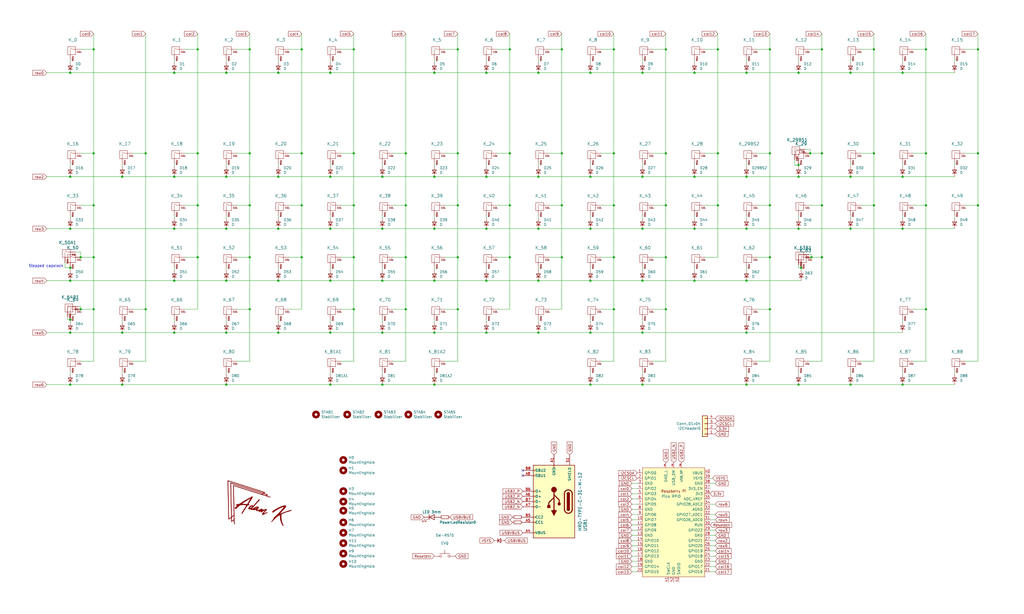
<source format=kicad_sch>
(kicad_sch (version 20211123) (generator eeschema)
  (paper "User" 499.999 299.999)
  (title_block (title "EnvKB") (date "2021-03-08") (rev "Rev.B") (company "Envious Media"))
  (junction (at 440.69 35.56))
  (junction (at 121.92 74.93))
  (junction (at 212.09 162.56))
  (junction (at 45.72 125.73))
  (junction (at 274.32 100.33))
  (junction (at 110.49 86.36))
  (junction (at 389.89 80.645))
  (junction (at 198.12 151.13))
  (junction (at 161.29 137.16))
  (junction (at 237.49 86.36))
  (junction (at 401.32 100.33))
  (junction (at 39.37 151.13))
  (junction (at 375.92 125.73))
  (junction (at 375.92 151.13))
  (junction (at 212.09 35.56))
  (junction (at 452.12 74.93))
  (junction (at 248.92 74.93))
  (junction (at 59.69 162.56))
  (junction (at 172.72 24.13))
  (junction (at 237.49 137.16))
  (junction (at 426.72 100.33))
  (junction (at 110.49 111.76))
  (junction (at 212.09 137.16))
  (junction (at 135.89 35.56))
  (junction (at 186.69 137.16))
  (junction (at 161.29 111.76))
  (junction (at 96.52 125.73))
  (junction (at 85.09 162.56))
  (junction (at 147.32 74.93))
  (junction (at 186.69 111.76))
  (junction (at 299.72 24.13))
  (junction (at 34.29 130.81))
  (junction (at 364.49 111.76))
  (junction (at 299.72 74.93))
  (junction (at 223.52 151.13))
  (junction (at 313.69 35.56))
  (junction (at 401.32 74.93))
  (junction (at 274.32 24.13))
  (junction (at 262.89 111.76))
  (junction (at 389.89 187.96))
  (junction (at 339.09 111.76))
  (junction (at 391.16 130.81))
  (junction (at 313.69 111.76))
  (junction (at 389.89 111.76))
  (junction (at 288.29 162.56))
  (junction (at 350.52 100.33))
  (junction (at 299.72 100.33))
  (junction (at 395.605 74.93))
  (junction (at 452.12 151.13))
  (junction (at 299.72 151.13))
  (junction (at 198.12 125.73))
  (junction (at 452.12 100.33))
  (junction (at 135.89 111.76))
  (junction (at 339.09 35.56))
  (junction (at 71.12 151.13))
  (junction (at 237.49 162.56))
  (junction (at 415.29 35.56))
  (junction (at 389.89 86.36))
  (junction (at 71.12 74.93))
  (junction (at 396.24 125.73))
  (junction (at 339.09 86.36))
  (junction (at 452.12 24.13))
  (junction (at 34.29 86.36))
  (junction (at 401.32 24.13))
  (junction (at 440.69 111.76))
  (junction (at 223.52 74.93))
  (junction (at 364.49 187.96))
  (junction (at 248.92 125.73))
  (junction (at 45.72 151.13))
  (junction (at 288.29 137.16))
  (junction (at 274.32 74.93))
  (junction (at 161.29 162.56))
  (junction (at 415.29 187.96))
  (junction (at 147.32 24.13))
  (junction (at 161.29 86.36))
  (junction (at 248.92 100.33))
  (junction (at 85.09 137.16))
  (junction (at 415.29 86.36))
  (junction (at 223.52 125.73))
  (junction (at 477.52 24.13))
  (junction (at 198.12 100.33))
  (junction (at 121.92 24.13))
  (junction (at 288.29 111.76))
  (junction (at 85.09 35.56))
  (junction (at 96.52 100.33))
  (junction (at 161.29 35.56))
  (junction (at 135.89 162.56))
  (junction (at 45.72 74.93))
  (junction (at 262.89 35.56))
  (junction (at 325.12 125.73))
  (junction (at 325.12 151.13))
  (junction (at 237.49 111.76))
  (junction (at 121.92 151.13))
  (junction (at 288.29 35.56))
  (junction (at 121.92 100.33))
  (junction (at 325.12 100.33))
  (junction (at 415.29 111.76))
  (junction (at 477.52 100.33))
  (junction (at 274.32 125.73))
  (junction (at 172.72 74.93))
  (junction (at 34.29 156.21))
  (junction (at 313.69 187.96))
  (junction (at 223.52 24.13))
  (junction (at 172.72 125.73))
  (junction (at 288.29 187.96))
  (junction (at 172.72 151.13))
  (junction (at 350.52 74.93))
  (junction (at 262.89 162.56))
  (junction (at 364.49 137.16))
  (junction (at 186.69 187.96))
  (junction (at 325.12 74.93))
  (junction (at 288.29 86.36))
  (junction (at 135.89 86.36))
  (junction (at 375.92 24.13))
  (junction (at 121.92 125.73))
  (junction (at 313.69 137.16))
  (junction (at 375.92 100.33))
  (junction (at 223.52 100.33))
  (junction (at 401.32 125.73))
  (junction (at 85.09 86.36))
  (junction (at 339.09 137.16))
  (junction (at 96.52 74.93))
  (junction (at 313.69 162.56))
  (junction (at 110.49 35.56))
  (junction (at 364.49 35.56))
  (junction (at 375.92 74.93))
  (junction (at 110.49 162.56))
  (junction (at 212.09 86.36))
  (junction (at 34.29 137.16))
  (junction (at 325.12 24.13))
  (junction (at 237.49 35.56))
  (junction (at 147.32 125.73))
  (junction (at 135.89 137.16))
  (junction (at 198.12 74.93))
  (junction (at 426.72 24.13))
  (junction (at 262.89 137.16))
  (junction (at 110.49 187.96))
  (junction (at 85.09 111.76))
  (junction (at 96.52 24.13))
  (junction (at 262.89 86.36))
  (junction (at 364.49 162.56))
  (junction (at 34.29 111.76))
  (junction (at 477.52 74.93))
  (junction (at 147.32 100.33))
  (junction (at 364.49 86.36))
  (junction (at 299.72 125.73))
  (junction (at 440.69 86.36))
  (junction (at 59.69 187.96))
  (junction (at 350.52 24.13))
  (junction (at 34.29 35.56))
  (junction (at 172.72 100.33))
  (junction (at 110.49 137.16))
  (junction (at 440.69 187.96))
  (junction (at 426.72 74.93))
  (junction (at 34.29 187.96))
  (junction (at 161.29 187.96))
  (junction (at 186.69 162.56))
  (junction (at 212.09 111.76))
  (junction (at 34.29 162.56))
  (junction (at 45.72 24.13))
  (junction (at 313.69 86.36))
  (junction (at 59.69 86.36))
  (junction (at 45.72 100.33))
  (junction (at 248.92 24.13))
  (junction (at 212.09 187.96))
  (junction (at 389.89 35.56))
  (junction (at 186.69 86.36))
  (junction (at 39.37 125.73))
  (no_connect (at 255.27 229.87))
  (no_connect (at 255.27 232.41))
  (wire (pts (xy 346.71 271.78) (xy 349.25 271.78)))
  (wire (pts (xy 339.09 111.76) (xy 364.49 111.76)))
  (wire (pts (xy 308.61 259.08) (xy 311.15 259.08)))
  (wire (pts (xy 186.69 105.41) (xy 186.69 106.68)))
  (wire (pts (xy 369.57 24.13) (xy 375.92 24.13)))
  (wire (pts (xy 364.49 29.21) (xy 364.49 30.48)))
  (wire (pts (xy 389.89 181.61) (xy 389.89 182.88)))
  (wire (pts (xy 223.52 100.33) (xy 223.52 74.93)))
  (wire (pts (xy 39.37 125.73) (xy 45.72 125.73)))
  (wire (pts (xy 237.49 162.56) (xy 262.89 162.56)))
  (wire (pts (xy 313.69 80.01) (xy 313.69 81.28)))
  (wire (pts (xy 135.89 35.56) (xy 161.29 35.56)))
  (wire (pts (xy 391.16 130.81) (xy 391.16 132.08)))
  (wire (pts (xy 364.49 80.01) (xy 364.49 81.28)))
  (wire (pts (xy 115.57 100.33) (xy 121.92 100.33)))
  (wire (pts (xy 212.09 181.61) (xy 212.09 182.88)))
  (wire (pts (xy 466.09 181.61) (xy 466.09 182.88)))
  (wire (pts (xy 212.09 29.21) (xy 212.09 30.48)))
  (wire (pts (xy 64.77 74.93) (xy 71.12 74.93)))
  (wire (pts (xy 477.52 100.33) (xy 477.52 74.93)))
  (wire (pts (xy 166.37 151.13) (xy 172.72 151.13)))
  (wire (pts (xy 110.49 156.21) (xy 110.49 157.48)))
  (wire (pts (xy 349.25 254) (xy 346.71 254)))
  (wire (pts (xy 293.37 74.93) (xy 299.72 74.93)))
  (wire (pts (xy 288.29 162.56) (xy 313.69 162.56)))
  (wire (pts (xy 313.69 181.61) (xy 313.69 182.88)))
  (wire (pts (xy 420.37 74.93) (xy 426.72 74.93)))
  (wire (pts (xy 161.29 130.81) (xy 161.29 132.08)))
  (wire (pts (xy 186.69 187.96) (xy 212.09 187.96)))
  (wire (pts (xy 313.69 162.56) (xy 364.49 162.56)))
  (wire (pts (xy 212.09 137.16) (xy 237.49 137.16)))
  (wire (pts (xy 394.97 124.46) (xy 396.24 124.46)))
  (wire (pts (xy 288.29 80.01) (xy 288.29 81.28)))
  (wire (pts (xy 85.09 35.56) (xy 110.49 35.56)))
  (wire (pts (xy 440.69 80.01) (xy 440.69 81.28)))
  (wire (pts (xy 217.17 24.13) (xy 223.52 24.13)))
  (wire (pts (xy 313.69 29.21) (xy 313.69 30.48)))
  (wire (pts (xy 346.71 246.38) (xy 349.25 246.38)))
  (wire (pts (xy 389.89 86.36) (xy 415.29 86.36)))
  (wire (pts (xy 440.69 187.96) (xy 466.09 187.96)))
  (wire (pts (xy 426.72 176.53) (xy 426.72 100.33)))
  (wire (pts (xy 389.89 29.21) (xy 389.89 30.48)))
  (wire (pts (xy 186.69 156.21) (xy 186.69 157.48)))
  (wire (pts (xy 33.02 156.21) (xy 34.29 156.21)))
  (wire (pts (xy 477.52 16.51) (xy 477.52 24.13)))
  (wire (pts (xy 318.77 125.73) (xy 325.12 125.73)))
  (wire (pts (xy 267.97 24.13) (xy 274.32 24.13)))
  (wire (pts (xy 191.77 176.53) (xy 198.12 176.53)))
  (wire (pts (xy 415.29 181.61) (xy 415.29 182.88)))
  (wire (pts (xy 85.09 130.81) (xy 85.09 132.08)))
  (wire (pts (xy 110.49 187.96) (xy 161.29 187.96)))
  (wire (pts (xy 34.29 181.61) (xy 34.29 182.88)))
  (wire (pts (xy 375.92 151.13) (xy 375.92 125.73)))
  (wire (pts (xy 22.86 111.76) (xy 34.29 111.76)))
  (wire (pts (xy 364.49 156.21) (xy 364.49 157.48)))
  (wire (pts (xy 313.69 137.16) (xy 339.09 137.16)))
  (wire (pts (xy 440.69 86.36) (xy 466.09 86.36)))
  (wire (pts (xy 299.72 125.73) (xy 299.72 100.33)))
  (wire (pts (xy 161.29 111.76) (xy 186.69 111.76)))
  (wire (pts (xy 299.72 24.13) (xy 299.72 74.93)))
  (wire (pts (xy 223.52 151.13) (xy 223.52 176.53)))
  (wire (pts (xy 440.69 35.56) (xy 466.09 35.56)))
  (wire (pts (xy 110.49 35.56) (xy 135.89 35.56)))
  (wire (pts (xy 394.97 74.93) (xy 395.605 74.93)))
  (wire (pts (xy 471.17 24.13) (xy 477.52 24.13)))
  (wire (pts (xy 344.17 100.33) (xy 350.52 100.33)))
  (wire (pts (xy 369.57 151.13) (xy 375.92 151.13)))
  (wire (pts (xy 375.92 16.51) (xy 375.92 24.13)))
  (wire (pts (xy 217.17 74.93) (xy 223.52 74.93)))
  (wire (pts (xy 369.57 100.33) (xy 375.92 100.33)))
  (wire (pts (xy 426.72 100.33) (xy 426.72 74.93)))
  (wire (pts (xy 212.09 156.21) (xy 212.09 157.48)))
  (wire (pts (xy 248.92 16.51) (xy 248.92 24.13)))
  (wire (pts (xy 135.89 111.76) (xy 161.29 111.76)))
  (wire (pts (xy 59.69 86.36) (xy 85.09 86.36)))
  (wire (pts (xy 466.09 105.41) (xy 466.09 106.68)))
  (wire (pts (xy 90.17 74.93) (xy 96.52 74.93)))
  (wire (pts (xy 288.29 156.21) (xy 288.29 157.48)))
  (wire (pts (xy 262.89 105.41) (xy 262.89 106.68)))
  (wire (pts (xy 346.71 259.08) (xy 349.25 259.08)))
  (wire (pts (xy 166.37 125.73) (xy 172.72 125.73)))
  (wire (pts (xy 389.89 129.54) (xy 389.89 130.81)))
  (wire (pts (xy 186.69 162.56) (xy 212.09 162.56)))
  (wire (pts (xy 401.32 100.33) (xy 401.32 74.93)))
  (wire (pts (xy 346.71 236.22) (xy 349.25 236.22)))
  (wire (pts (xy 121.92 151.13) (xy 121.92 125.73)))
  (wire (pts (xy 191.77 151.13) (xy 198.12 151.13)))
  (wire (pts (xy 364.49 105.41) (xy 364.49 106.68)))
  (wire (pts (xy 121.92 125.73) (xy 121.92 100.33)))
  (wire (pts (xy 22.86 187.96) (xy 34.29 187.96)))
  (wire (pts (xy 172.72 24.13) (xy 172.72 74.93)))
  (wire (pts (xy 237.49 111.76) (xy 262.89 111.76)))
  (wire (pts (xy 115.57 125.73) (xy 121.92 125.73)))
  (wire (pts (xy 248.92 24.13) (xy 248.92 74.93)))
  (wire (pts (xy 445.77 74.93) (xy 452.12 74.93)))
  (wire (pts (xy 172.72 125.73) (xy 172.72 100.33)))
  (wire (pts (xy 115.57 24.13) (xy 121.92 24.13)))
  (wire (pts (xy 115.57 74.93) (xy 121.92 74.93)))
  (wire (pts (xy 166.37 74.93) (xy 172.72 74.93)))
  (wire (pts (xy 346.71 251.46) (xy 349.25 251.46)))
  (wire (pts (xy 344.17 125.73) (xy 350.52 125.73)))
  (wire (pts (xy 477.52 176.53) (xy 477.52 100.33)))
  (wire (pts (xy 267.97 151.13) (xy 274.32 151.13)))
  (wire (pts (xy 191.77 125.73) (xy 198.12 125.73)))
  (wire (pts (xy 440.69 29.21) (xy 440.69 30.48)))
  (wire (pts (xy 64.77 151.13) (xy 71.12 151.13)))
  (wire (pts (xy 172.72 100.33) (xy 172.72 74.93)))
  (wire (pts (xy 262.89 137.16) (xy 288.29 137.16)))
  (wire (pts (xy 387.985 78.105) (xy 387.985 80.645)))
  (wire (pts (xy 311.15 271.78) (xy 308.61 271.78)))
  (wire (pts (xy 350.52 24.13) (xy 350.52 74.93)))
  (wire (pts (xy 140.97 24.13) (xy 147.32 24.13)))
  (wire (pts (xy 31.75 130.81) (xy 34.29 130.81)))
  (wire (pts (xy 299.72 151.13) (xy 299.72 125.73)))
  (wire (pts (xy 161.29 181.61) (xy 161.29 182.88)))
  (wire (pts (xy 147.32 100.33) (xy 147.32 74.93)))
  (wire (pts (xy 45.72 16.51) (xy 45.72 24.13)))
  (wire (pts (xy 217.17 125.73) (xy 223.52 125.73)))
  (wire (pts (xy 313.69 86.36) (xy 339.09 86.36)))
  (wire (pts (xy 339.09 35.56) (xy 364.49 35.56)))
  (wire (pts (xy 59.69 156.21) (xy 59.69 157.48)))
  (wire (pts (xy 325.12 125.73) (xy 325.12 100.33)))
  (wire (pts (xy 308.61 274.32) (xy 311.15 274.32)))
  (wire (pts (xy 308.61 269.24) (xy 311.15 269.24)))
  (wire (pts (xy 452.12 24.13) (xy 452.12 74.93)))
  (wire (pts (xy 96.52 100.33) (xy 96.52 74.93)))
  (wire (pts (xy 90.17 125.73) (xy 96.52 125.73)))
  (wire (pts (xy 161.29 156.21) (xy 161.29 157.48)))
  (wire (pts (xy 262.89 86.36) (xy 288.29 86.36)))
  (wire (pts (xy 415.29 187.96) (xy 440.69 187.96)))
  (wire (pts (xy 471.17 176.53) (xy 477.52 176.53)))
  (wire (pts (xy 440.69 111.76) (xy 466.09 111.76)))
  (wire (pts (xy 237.49 80.01) (xy 237.49 81.28)))
  (wire (pts (xy 161.29 162.56) (xy 186.69 162.56)))
  (wire (pts (xy 311.15 238.76) (xy 308.61 238.76)))
  (wire (pts (xy 121.92 16.51) (xy 121.92 24.13)))
  (wire (pts (xy 350.52 16.51) (xy 350.52 24.13)))
  (wire (pts (xy 110.49 29.21) (xy 110.49 30.48)))
  (wire (pts (xy 466.09 29.21) (xy 466.09 30.48)))
  (wire (pts (xy 267.97 100.33) (xy 274.32 100.33)))
  (wire (pts (xy 45.72 176.53) (xy 45.72 151.13)))
  (wire (pts (xy 147.32 24.13) (xy 147.32 74.93)))
  (wire (pts (xy 39.37 176.53) (xy 45.72 176.53)))
  (wire (pts (xy 172.72 16.51) (xy 172.72 24.13)))
  (wire (pts (xy 96.52 24.13) (xy 96.52 74.93)))
  (wire (pts (xy 96.52 125.73) (xy 96.52 100.33)))
  (wire (pts (xy 346.71 274.32) (xy 349.25 274.32)))
  (wire (pts (xy 33.02 154.94) (xy 33.02 156.21)))
  (wire (pts (xy 318.77 100.33) (xy 325.12 100.33)))
  (wire (pts (xy 339.09 130.81) (xy 339.09 132.08)))
  (wire (pts (xy 364.49 137.16) (xy 391.16 137.16)))
  (wire (pts (xy 34.29 111.76) (xy 85.09 111.76)))
  (wire (pts (xy 39.37 100.33) (xy 45.72 100.33)))
  (wire (pts (xy 440.69 181.61) (xy 440.69 182.88)))
  (wire (pts (xy 274.32 100.33) (xy 274.32 74.93)))
  (wire (pts (xy 140.97 151.13) (xy 147.32 151.13)))
  (wire (pts (xy 308.61 241.3) (xy 311.15 241.3)))
  (wire (pts (xy 212.09 35.56) (xy 237.49 35.56)))
  (wire (pts (xy 299.72 100.33) (xy 299.72 74.93)))
  (wire (pts (xy 161.29 137.16) (xy 186.69 137.16)))
  (wire (pts (xy 121.92 100.33) (xy 121.92 74.93)))
  (wire (pts (xy 346.71 279.4) (xy 349.25 279.4)))
  (wire (pts (xy 39.37 151.13) (xy 45.72 151.13)))
  (wire (pts (xy 420.37 100.33) (xy 426.72 100.33)))
  (wire (pts (xy 293.37 176.53) (xy 299.72 176.53)))
  (wire (pts (xy 110.49 137.16) (xy 135.89 137.16)))
  (wire (pts (xy 401.32 24.13) (xy 401.32 74.93)))
  (wire (pts (xy 71.12 151.13) (xy 71.12 74.93)))
  (wire (pts (xy 135.89 156.21) (xy 135.89 157.48)))
  (wire (pts (xy 369.57 125.73) (xy 375.92 125.73)))
  (wire (pts (xy 311.15 279.4) (xy 308.61 279.4)))
  (wire (pts (xy 274.32 151.13) (xy 274.32 125.73)))
  (wire (pts (xy 293.37 100.33) (xy 299.72 100.33)))
  (wire (pts (xy 34.29 35.56) (xy 85.09 35.56)))
  (wire (pts (xy 223.52 176.53) (xy 217.17 176.53)))
  (wire (pts (xy 389.89 111.76) (xy 415.29 111.76)))
  (wire (pts (xy 140.97 100.33) (xy 147.32 100.33)))
  (wire (pts (xy 198.12 100.33) (xy 198.12 74.93)))
  (wire (pts (xy 59.69 162.56) (xy 85.09 162.56)))
  (wire (pts (xy 293.37 151.13) (xy 299.72 151.13)))
  (wire (pts (xy 34.29 86.36) (xy 59.69 86.36)))
  (wire (pts (xy 90.17 100.33) (xy 96.52 100.33)))
  (wire (pts (xy 172.72 151.13) (xy 172.72 125.73)))
  (wire (pts (xy 39.37 74.93) (xy 45.72 74.93)))
  (wire (pts (xy 415.29 105.41) (xy 415.29 106.68)))
  (wire (pts (xy 401.32 125.73) (xy 401.32 176.53)))
  (wire (pts (xy 311.15 251.46) (xy 308.61 251.46)))
  (wire (pts (xy 445.77 151.13) (xy 452.12 151.13)))
  (wire (pts (xy 22.86 86.36) (xy 34.29 86.36)))
  (wire (pts (xy 212.09 130.81) (xy 212.09 132.08)))
  (wire (pts (xy 288.29 187.96) (xy 313.69 187.96)))
  (wire (pts (xy 349.25 276.86) (xy 346.71 276.86)))
  (wire (pts (xy 121.92 176.53) (xy 121.92 151.13)))
  (wire (pts (xy 161.29 105.41) (xy 161.29 106.68)))
  (wire (pts (xy 71.12 16.51) (xy 71.12 74.93)))
  (wire (pts (xy 85.09 29.21) (xy 85.09 30.48)))
  (wire (pts (xy 369.57 176.53) (xy 375.92 176.53)))
  (wire (pts (xy 375.92 24.13) (xy 375.92 74.93)))
  (wire (pts (xy 71.12 176.53) (xy 71.12 151.13)))
  (wire (pts (xy 110.49 111.76) (xy 135.89 111.76)))
  (wire (pts (xy 186.69 181.61) (xy 186.69 182.88)))
  (wire (pts (xy 115.57 176.53) (xy 121.92 176.53)))
  (wire (pts (xy 394.97 24.13) (xy 401.32 24.13)))
  (wire (pts (xy 339.09 80.01) (xy 339.09 81.28)))
  (wire (pts (xy 267.97 125.73) (xy 274.32 125.73)))
  (wire (pts (xy 339.09 137.16) (xy 364.49 137.16)))
  (wire (pts (xy 166.37 100.33) (xy 172.72 100.33)))
  (wire (pts (xy 22.86 137.16) (xy 34.29 137.16)))
  (wire (pts (xy 85.09 137.16) (xy 110.49 137.16)))
  (wire (pts (xy 161.29 29.21) (xy 161.29 30.48)))
  (wire (pts (xy 471.17 74.93) (xy 477.52 74.93)))
  (wire (pts (xy 346.71 269.24) (xy 349.25 269.24)))
  (wire (pts (xy 313.69 156.21) (xy 313.69 157.48)))
  (wire (pts (xy 415.29 86.36) (xy 440.69 86.36)))
  (wire (pts (xy 45.72 151.13) (xy 45.72 125.73)))
  (wire (pts (xy 288.29 86.36) (xy 313.69 86.36)))
  (wire (pts (xy 45.72 125.73) (xy 45.72 100.33)))
  (wire (pts (xy 22.86 162.56) (xy 34.29 162.56)))
  (wire (pts (xy 223.52 125.73) (xy 223.52 100.33)))
  (wire (pts (xy 313.69 187.96) (xy 364.49 187.96)))
  (wire (pts (xy 445.77 100.33) (xy 452.12 100.33)))
  (wire (pts (xy 288.29 130.81) (xy 288.29 132.08)))
  (wire (pts (xy 308.61 254) (xy 311.15 254)))
  (wire (pts (xy 350.52 125.73) (xy 350.52 100.33)))
  (wire (pts (xy 147.32 125.73) (xy 147.32 100.33)))
  (wire (pts (xy 318.77 151.13) (xy 325.12 151.13)))
  (wire (pts (xy 135.89 80.01) (xy 135.89 81.28)))
  (wire (pts (xy 223.52 24.13) (xy 223.52 74.93)))
  (wire (pts (xy 115.57 151.13) (xy 121.92 151.13)))
  (wire (pts (xy 217.17 100.33) (xy 223.52 100.33)))
  (wire (pts (xy 186.69 80.01) (xy 186.69 81.28)))
  (wire (pts (xy 364.49 181.61) (xy 364.49 182.88)))
  (wire (pts (xy 364.49 35.56) (xy 389.89 35.56)))
  (wire (pts (xy 85.09 111.76) (xy 110.49 111.76)))
  (wire (pts (xy 161.29 35.56) (xy 212.09 35.56)))
  (wire (pts (xy 308.61 248.92) (xy 311.15 248.92)))
  (wire (pts (xy 237.49 156.21) (xy 237.49 157.48)))
  (wire (pts (xy 248.92 100.33) (xy 248.92 74.93)))
  (wire (pts (xy 339.09 86.36) (xy 364.49 86.36)))
  (wire (pts (xy 401.32 16.51) (xy 401.32 24.13)))
  (wire (pts (xy 198.12 176.53) (xy 198.12 151.13)))
  (wire (pts (xy 375.92 125.73) (xy 375.92 100.33)))
  (wire (pts (xy 288.29 29.21) (xy 288.29 30.48)))
  (wire (pts (xy 344.17 24.13) (xy 350.52 24.13)))
  (wire (pts (xy 242.57 125.73) (xy 248.92 125.73)))
  (wire (pts (xy 248.92 125.73) (xy 248.92 100.33)))
  (wire (pts (xy 389.89 130.81) (xy 391.16 130.81)))
  (wire (pts (xy 364.49 162.56) (xy 440.69 162.56)))
  (wire (pts (xy 34.29 130.81) (xy 34.29 132.08)))
  (wire (pts (xy 198.12 151.13) (xy 198.12 125.73)))
  (wire (pts (xy 387.985 80.645) (xy 389.89 80.645)))
  (wire (pts (xy 318.77 176.53) (xy 325.12 176.53)))
  (wire (pts (xy 401.32 100.33) (xy 401.32 125.73)))
  (wire (pts (xy 237.49 137.16) (xy 262.89 137.16)))
  (wire (pts (xy 135.89 29.21) (xy 135.89 30.48)))
  (wire (pts (xy 34.29 156.21) (xy 34.29 157.48)))
  (wire (pts (xy 318.77 24.13) (xy 325.12 24.13)))
  (wire (pts (xy 166.37 24.13) (xy 172.72 24.13)))
  (wire (pts (xy 313.69 111.76) (xy 339.09 111.76)))
  (wire (pts (xy 110.49 162.56) (xy 135.89 162.56)))
  (wire (pts (xy 308.61 261.62) (xy 311.15 261.62)))
  (wire (pts (xy 346.71 261.62) (xy 349.25 261.62)))
  (wire (pts (xy 395.605 74.93) (xy 401.32 74.93)))
  (wire (pts (xy 147.32 16.51) (xy 147.32 24.13)))
  (wire (pts (xy 288.29 111.76) (xy 313.69 111.76)))
  (wire (pts (xy 212.09 80.01) (xy 212.09 81.28)))
  (wire (pts (xy 223.52 151.13) (xy 223.52 125.73)))
  (wire (pts (xy 262.89 35.56) (xy 288.29 35.56)))
  (wire (pts (xy 64.77 176.53) (xy 71.12 176.53)))
  (wire (pts (xy 212.09 162.56) (xy 237.49 162.56)))
  (wire (pts (xy 452.12 176.53) (xy 452.12 151.13)))
  (wire (pts (xy 349.25 266.7) (xy 346.71 266.7)))
  (wire (pts (xy 45.72 24.13) (xy 45.72 74.93)))
  (wire (pts (xy 346.71 264.16) (xy 349.25 264.16)))
  (wire (pts (xy 34.29 105.41) (xy 34.29 106.68)))
  (wire (pts (xy 45.72 100.33) (xy 45.72 74.93)))
  (wire (pts (xy 420.37 176.53) (xy 426.72 176.53)))
  (wire (pts (xy 311.15 236.22) (xy 308.61 236.22)))
  (wire (pts (xy 34.29 187.96) (xy 59.69 187.96)))
  (wire (pts (xy 110.49 105.41) (xy 110.49 106.68)))
  (wire (pts (xy 262.89 130.81) (xy 262.89 132.08)))
  (wire (pts (xy 339.09 29.21) (xy 339.09 30.48)))
  (wire (pts (xy 135.89 162.56) (xy 161.29 162.56)))
  (wire (pts (xy 217.17 151.13) (xy 223.52 151.13)))
  (wire (pts (xy 85.09 80.01) (xy 85.09 81.28)))
  (wire (pts (xy 121.92 24.13) (xy 121.92 74.93)))
  (wire (pts (xy 135.89 86.36) (xy 161.29 86.36)))
  (wire (pts (xy 242.57 24.13) (xy 248.92 24.13)))
  (wire (pts (xy 420.37 24.13) (xy 426.72 24.13)))
  (wire (pts (xy 308.61 276.86) (xy 311.15 276.86)))
  (wire (pts (xy 325.12 16.51) (xy 325.12 24.13)))
  (wire (pts (xy 198.12 16.51) (xy 198.12 74.93)))
  (wire (pts (xy 395.605 73.025) (xy 395.605 74.93)))
  (wire (pts (xy 237.49 105.41) (xy 237.49 106.68)))
  (wire (pts (xy 90.17 24.13) (xy 96.52 24.13)))
  (wire (pts (xy 242.57 74.93) (xy 248.92 74.93)))
  (wire (pts (xy 135.89 137.16) (xy 161.29 137.16)))
  (wire (pts (xy 308.61 264.16) (xy 311.15 264.16)))
  (wire (pts (xy 85.09 105.41) (xy 85.09 106.68)))
  (wire (pts (xy 308.61 246.38) (xy 311.15 246.38)))
  (wire (pts (xy 415.29 29.21) (xy 415.29 30.48)))
  (wire (pts (xy 135.89 105.41) (xy 135.89 106.68)))
  (wire (pts (xy 396.24 125.73) (xy 401.32 125.73)))
  (wire (pts (xy 262.89 111.76) (xy 288.29 111.76)))
  (wire (pts (xy 311.15 256.54) (xy 308.61 256.54)))
  (wire (pts (xy 248.92 151.13) (xy 248.92 125.73)))
  (wire (pts (xy 212.09 86.36) (xy 237.49 86.36)))
  (wire (pts (xy 440.69 156.21) (xy 440.69 157.48)))
  (wire (pts (xy 212.09 111.76) (xy 237.49 111.76)))
  (wire (pts (xy 110.49 130.81) (xy 110.49 132.08)))
  (wire (pts (xy 274.32 125.73) (xy 274.32 100.33)))
  (wire (pts (xy 198.12 125.73) (xy 198.12 100.33)))
  (wire (pts (xy 325.12 100.33) (xy 325.12 74.93)))
  (wire (pts (xy 318.77 74.93) (xy 325.12 74.93)))
  (wire (pts (xy 288.29 137.16) (xy 313.69 137.16)))
  (wire (pts (xy 445.77 24.13) (xy 452.12 24.13)))
  (wire (pts (xy 186.69 111.76) (xy 212.09 111.76)))
  (wire (pts (xy 34.29 162.56) (xy 59.69 162.56)))
  (wire (pts (xy 471.17 100.33) (xy 477.52 100.33)))
  (wire (pts (xy 212.09 105.41) (xy 212.09 106.68)))
  (wire (pts (xy 389.89 35.56) (xy 415.29 35.56)))
  (wire (pts (xy 299.72 176.53) (xy 299.72 151.13)))
  (wire (pts (xy 237.49 29.21) (xy 237.49 30.48)))
  (wire (pts (xy 452.12 151.13) (xy 452.12 100.33)))
  (wire (pts (xy 110.49 86.36) (xy 135.89 86.36)))
  (wire (pts (xy 389.89 80.645) (xy 389.89 81.28)))
  (wire (pts (xy 311.15 243.84) (xy 308.61 243.84)))
  (wire (pts (xy 445.77 176.53) (xy 452.12 176.53)))
  (wire (pts (xy 364.49 130.81) (xy 364.49 132.08)))
  (wire (pts (xy 85.09 86.36) (xy 110.49 86.36)))
  (wire (pts (xy 288.29 35.56) (xy 313.69 35.56)))
  (wire (pts (xy 140.97 125.73) (xy 147.32 125.73)))
  (wire (pts (xy 394.97 176.53) (xy 401.32 176.53)))
  (wire (pts (xy 339.09 105.41) (xy 339.09 106.68)))
  (wire (pts (xy 22.86 35.56) (xy 34.29 35.56)))
  (wire (pts (xy 452.12 100.33) (xy 452.12 74.93)))
  (wire (pts (xy 325.12 24.13) (xy 325.12 74.93)))
  (wire (pts (xy 96.52 16.51) (xy 96.52 24.13)))
  (wire (pts (xy 59.69 181.61) (xy 59.69 182.88)))
  (wire (pts (xy 59.69 187.96) (xy 110.49 187.96)))
  (wire (pts (xy 191.77 100.33) (xy 198.12 100.33)))
  (wire (pts (xy 262.89 156.21) (xy 262.89 157.48)))
  (wire (pts (xy 274.32 16.51) (xy 274.32 24.13)))
  (wire (pts (xy 85.09 156.21) (xy 85.09 157.48)))
  (wire (pts (xy 166.37 176.53) (xy 172.72 176.53)))
  (wire (pts (xy 267.97 74.93) (xy 274.32 74.93)))
  (wire (pts (xy 344.17 74.93) (xy 350.52 74.93)))
  (wire (pts (xy 39.37 149.86) (xy 38.1 149.86)))
  (wire (pts (xy 393.065 73.025) (xy 395.605 73.025)))
  (wire (pts (xy 288.29 105.41) (xy 288.29 106.68)))
  (wire (pts (xy 369.57 74.93) (xy 375.92 74.93)))
  (wire (pts (xy 237.49 35.56) (xy 262.89 35.56)))
  (wire (pts (xy 34.29 29.21) (xy 34.29 30.48)))
  (wire (pts (xy 147.32 151.13) (xy 147.32 125.73)))
  (wire (pts (xy 186.69 137.16) (xy 212.09 137.16)))
  (wire (pts (xy 223.52 16.51) (xy 223.52 24.13)))
  (wire (pts (xy 415.29 35.56) (xy 440.69 35.56)))
  (wire (pts (xy 262.89 162.56) (xy 288.29 162.56)))
  (wire (pts (xy 135.89 130.81) (xy 135.89 132.08)))
  (wire (pts (xy 39.37 123.19) (xy 39.37 125.73)))
  (wire (pts (xy 237.49 130.81) (xy 237.49 132.08)))
  (wire (pts (xy 161.29 86.36) (xy 186.69 86.36)))
  (wire (pts (xy 274.32 24.13) (xy 274.32 74.93)))
  (wire (pts (xy 110.49 80.01) (xy 110.49 81.28)))
  (wire (pts (xy 96.52 151.13) (xy 96.52 125.73)))
  (wire (pts (xy 325.12 176.53) (xy 325.12 151.13)))
  (wire (pts (xy 237.49 86.36) (xy 262.89 86.36)))
  (wire (pts (xy 212.09 187.96) (xy 288.29 187.96)))
  (wire (pts (xy 389.89 105.41) (xy 389.89 106.68)))
  (wire (pts (xy 293.37 125.73) (xy 299.72 125.73)))
  (wire (pts (xy 191.77 74.93) (xy 198.12 74.93)))
  (wire (pts (xy 313.69 35.56) (xy 339.09 35.56)))
  (wire (pts (xy 140.97 74.93) (xy 147.32 74.93)))
  (wire (pts (xy 375.92 74.93) (xy 375.92 100.33)))
  (wire (pts (xy 313.69 105.41) (xy 313.69 106.68)))
  (wire (pts (xy 313.69 130.81) (xy 313.69 132.08)))
  (wire (pts (xy 242.57 151.13) (xy 248.92 151.13)))
  (wire (pts (xy 110.49 181.61) (xy 110.49 182.88)))
  (wire (pts (xy 466.09 80.01) (xy 466.09 81.28)))
  (wire (pts (xy 389.89 80.01) (xy 389.89 80.645)))
  (wire (pts (xy 262.89 80.01) (xy 262.89 81.28)))
  (wire (pts (xy 426.72 16.51) (xy 426.72 24.13)))
  (wire (pts (xy 85.09 162.56) (xy 110.49 162.56)))
  (wire (pts (xy 186.69 86.36) (xy 212.09 86.36)))
  (wire (pts (xy 262.89 29.21) (xy 262.89 30.48)))
  (wire (pts (xy 39.37 151.13) (xy 39.37 149.86)))
  (wire (pts (xy 39.37 24.13) (xy 45.72 24.13)))
  (wire (pts (xy 34.29 80.01) (xy 34.29 81.28)))
  (wire (pts (xy 308.61 266.7) (xy 311.15 266.7)))
  (wire (pts (xy 172.72 176.53) (xy 172.72 151.13)))
  (wire (pts (xy 426.72 24.13) (xy 426.72 74.93)))
  (wire (pts (xy 36.83 123.19) (xy 39.37 123.19)))
  (wire (pts (xy 440.69 105.41) (xy 440.69 106.68)))
  (wire (pts (xy 350.52 100.33) (xy 350.52 74.93)))
  (wire (pts (xy 90.17 151.13) (xy 96.52 151.13)))
  (wire (pts (xy 242.57 100.33) (xy 248.92 100.33)))
  (wire (pts (xy 477.52 24.13) (xy 477.52 74.93)))
  (wire (pts (xy 34.29 137.16) (xy 85.09 137.16)))
  (wire (pts (xy 396.24 124.46) (xy 396.24 125.73)))
  (wire (pts (xy 293.37 24.13) (xy 299.72 24.13)))
  (wire (pts (xy 364.49 111.76) (xy 389.89 111.76)))
  (wire (pts (xy 415.29 111.76) (xy 440.69 111.76)))
  (wire (pts (xy 346.71 233.68) (xy 347.98 233.68)))
  (wire (pts (xy 288.29 181.61) (xy 288.29 182.88)))
  (wire (pts (xy 394.97 100.33) (xy 401.32 100.33)))
  (wire (pts (xy 59.69 80.01) (xy 59.69 81.28)))
  (wire (pts (xy 415.29 80.01) (xy 415.29 81.28)))
  (wire (pts (xy 389.89 187.96) (xy 415.29 187.96)))
  (wire (pts (xy 364.49 86.36) (xy 389.89 86.36)))
  (wire (pts (xy 161.29 80.01) (xy 161.29 81.28)))
  (wire (pts (xy 31.75 128.27) (xy 31.75 130.81)))
  (wire (pts (xy 452.12 16.51) (xy 452.12 24.13)))
  (wire (pts (xy 161.29 187.96) (xy 186.69 187.96)))
  (wire (pts (xy 364.49 187.96) (xy 389.89 187.96)))
  (wire (pts (xy 325.12 151.13) (xy 325.12 125.73)))
  (wire (pts (xy 299.72 16.51) (xy 299.72 24.13)))
  (wire (pts (xy 186.69 130.81) (xy 186.69 132.08)))
  (wire (pts (xy 375.92 176.53) (xy 375.92 151.13)))
  (text "Stepped capslock\n" (at 13.97 130.81 0) (effects (font (size 1.27 1.27)) (justify left bottom)))
  (global_label "I2CSDA" (shape input) (at 349.25 204.47 0) (property "Intersheet References" "${INTERSHEET_REFS}" (effects hide)))
  (global_label "GND" (shape input) (at 349.25 261.62 0) (property "Intersheet References" "${INTERSHEET_REFS}" (effects hide)))
  (global_label "row3" (shape input) (at 22.86 111.76 180) (property "Intersheet References" "${INTERSHEET_REFS}" (effects hide)))
  (global_label "col1" (shape input) (at 71.12 16.51 180) (property "Intersheet References" "${INTERSHEET_REFS}" (effects hide)))
  (global_label "GND" (shape input) (at 250.19 252.73 180) (property "Intersheet References" "${INTERSHEET_REFS}" (effects hide)))
  (global_label "col5" (shape input) (at 172.72 16.51 180) (property "Intersheet References" "${INTERSHEET_REFS}" (effects hide)))
  (global_label "3.3V" (shape input) (at 346.71 241.3 0) (property "Intersheet References" "${INTERSHEET_REFS}" (effects hide)))
  (global_label "col14" (shape input) (at 349.25 269.24 0) (property "Intersheet References" "${INTERSHEET_REFS}" (effects hide)))
  (global_label "USB2_P" (shape input) (at 255.27 242.57 180) (property "Intersheet References" "${INTERSHEET_REFS}" (effects hide)))
  (global_label "col3" (shape input) (at 308.61 246.38 180) (property "Intersheet References" "${INTERSHEET_REFS}" (effects hide)))
  (global_label "col0" (shape input) (at 45.72 16.51 180) (property "Intersheet References" "${INTERSHEET_REFS}" (effects hide)))
  (global_label "VSYS" (shape input) (at 347.98 233.68 0) (property "Intersheet References" "${INTERSHEET_REFS}" (effects hide)))
  (global_label "col17" (shape input) (at 477.52 16.51 180) (property "Intersheet References" "${INTERSHEET_REFS}" (effects hide)))
  (global_label "col16" (shape input) (at 349.25 276.86 0) (property "Intersheet References" "${INTERSHEET_REFS}" (effects hide)))
  (global_label "col14" (shape input) (at 401.32 16.51 180) (property "Intersheet References" "${INTERSHEET_REFS}" (effects hide)))
  (global_label "Resetbtn" (shape input) (at 346.71 256.54 0) (property "Intersheet References" "${INTERSHEET_REFS}" (effects hide)))
  (global_label "col2" (shape input) (at 96.52 16.51 180) (property "Intersheet References" "${INTERSHEET_REFS}" (effects hide)))
  (global_label "col7" (shape input) (at 223.52 16.51 180) (property "Intersheet References" "${INTERSHEET_REFS}" (effects hide)))
  (global_label "GND" (shape input) (at 250.19 255.27 180) (property "Intersheet References" "${INTERSHEET_REFS}" (effects hide)))
  (global_label "col8" (shape input) (at 248.92 16.51 180) (property "Intersheet References" "${INTERSHEET_REFS}" (effects hide)))
  (global_label "row4" (shape input) (at 349.25 254 0) (property "Intersheet References" "${INTERSHEET_REFS}" (effects hide)))
  (global_label "col0" (shape input) (at 308.61 238.76 180) (property "Intersheet References" "${INTERSHEET_REFS}" (effects hide)))
  (global_label "col12" (shape input) (at 350.52 16.51 180) (property "Intersheet References" "${INTERSHEET_REFS}" (effects hide)))
  (global_label "VSYS" (shape input) (at 241.3 264.16 180) (property "Intersheet References" "${INTERSHEET_REFS}" (effects hide)))
  (global_label "GND" (shape input) (at 222.25 271.78 0) (property "Intersheet References" "${INTERSHEET_REFS}" (effects hide)))
  (global_label "col4" (shape input) (at 308.61 251.46 180) (property "Intersheet References" "${INTERSHEET_REFS}" (effects hide)))
  (global_label "USB2_N" (shape input) (at 255.27 247.65 180) (property "Intersheet References" "${INTERSHEET_REFS}" (effects hide)))
  (global_label "row4" (shape input) (at 22.86 137.16 180) (property "Intersheet References" "${INTERSHEET_REFS}" (effects hide)))
  (global_label "col8" (shape input) (at 308.61 264.16 180) (property "Intersheet References" "${INTERSHEET_REFS}" (effects hide)))
  (global_label "col2" (shape input) (at 308.61 243.84 180) (property "Intersheet References" "${INTERSHEET_REFS}" (effects hide)))
  (global_label "row0" (shape input) (at 349.25 266.7 0) (property "Intersheet References" "${INTERSHEET_REFS}" (effects hide)))
  (global_label "GND" (shape input) (at 270.51 222.25 90) (property "Intersheet References" "${INTERSHEET_REFS}" (effects hide)))
  (global_label "col16" (shape input) (at 452.12 16.51 180) (property "Intersheet References" "${INTERSHEET_REFS}" (effects hide)))
  (global_label "I2CSDA" (shape input) (at 311.15 231.14 180) (property "Intersheet References" "${INTERSHEET_REFS}" (effects hide)))
  (global_label "GND" (shape input) (at 207.01 252.73 180) (property "Intersheet References" "${INTERSHEET_REFS}" (effects hide)))
  (global_label "col9" (shape input) (at 274.32 16.51 180) (property "Intersheet References" "${INTERSHEET_REFS}" (effects hide)))
  (global_label "row6" (shape input) (at 22.86 187.96 180) (property "Intersheet References" "${INTERSHEET_REFS}" (effects hide)))
  (global_label "col1" (shape input) (at 308.61 241.3 180) (property "Intersheet References" "${INTERSHEET_REFS}" (effects hide)))
  (global_label "col6" (shape input) (at 308.61 256.54 180) (property "Intersheet References" "${INTERSHEET_REFS}" (effects hide)))
  (global_label "row2" (shape input) (at 349.25 264.16 0) (property "Intersheet References" "${INTERSHEET_REFS}" (effects hide)))
  (global_label "USBVBUS" (shape input) (at 246.38 264.16 0) (property "Intersheet References" "${INTERSHEET_REFS}" (effects hide)))
  (global_label "GND" (shape input) (at 278.13 222.25 90) (property "Intersheet References" "${INTERSHEET_REFS}" (effects hide)))
  (global_label "row5" (shape input) (at 349.25 251.46 0) (property "Intersheet References" "${INTERSHEET_REFS}" (effects hide)))
  (global_label "USB2_N" (shape input) (at 255.27 245.11 180) (property "Intersheet References" "${INTERSHEET_REFS}" (effects hide)))
  (global_label "col3" (shape input) (at 121.92 16.51 180) (property "Intersheet References" "${INTERSHEET_REFS}" (effects hide)))
  (global_label "3.3V" (shape input) (at 349.25 209.55 0) (property "Intersheet References" "${INTERSHEET_REFS}" (effects hide)))
  (global_label "row6" (shape input) (at 349.25 246.38 0) (property "Intersheet References" "${INTERSHEET_REFS}" (effects hide)))
  (global_label "USB2_P" (shape input) (at 255.27 240.03 180) (property "Intersheet References" "${INTERSHEET_REFS}" (effects hide)))
  (global_label "col10" (shape input) (at 299.72 16.51 180) (property "Intersheet References" "${INTERSHEET_REFS}" (effects hide)))
  (global_label "col12" (shape input) (at 308.61 276.86 180) (property "Intersheet References" "${INTERSHEET_REFS}" (effects hide)))
  (global_label "col15" (shape input) (at 426.72 16.51 180) (property "Intersheet References" "${INTERSHEET_REFS}" (effects hide)))
  (global_label "col15" (shape input) (at 349.25 271.78 0) (property "Intersheet References" "${INTERSHEET_REFS}" (effects hide)))
  (global_label "GND" (shape input) (at 325.12 226.06 90) (property "Intersheet References" "${INTERSHEET_REFS}" (effects hide)))
  (global_label "USBVBUS" (shape input) (at 219.71 252.73 0) (property "Intersheet References" "${INTERSHEET_REFS}" (effects hide)))
  (global_label "row5" (shape input) (at 22.86 162.56 180) (property "Intersheet References" "${INTERSHEET_REFS}" (effects hide)))
  (global_label "row3" (shape input) (at 349.25 259.08 0) (property "Intersheet References" "${INTERSHEET_REFS}" (effects hide)))
  (global_label "col13" (shape input) (at 375.92 16.51 180) (property "Intersheet References" "${INTERSHEET_REFS}" (effects hide)))
  (global_label "col13" (shape input) (at 308.61 279.4 180) (property "Intersheet References" "${INTERSHEET_REFS}" (effects hide)))
  (global_label "USBVBUS" (shape input) (at 255.27 260.35 180) (property "Intersheet References" "${INTERSHEET_REFS}" (effects hide)))
  (global_label "col9" (shape input) (at 308.61 266.7 180) (property "Intersheet References" "${INTERSHEET_REFS}" (effects hide)))
  (global_label "col10" (shape input) (at 308.61 269.24 180) (property "Intersheet References" "${INTERSHEET_REFS}" (effects hide)))
  (global_label "Resetbtn" (shape input) (at 212.09 271.78 180) (property "Intersheet References" "${INTERSHEET_REFS}" (effects hide)))
  (global_label "col11" (shape input) (at 325.12 16.51 180) (property "Intersheet References" "${INTERSHEET_REFS}" (effects hide)))
  (global_label "col17" (shape input) (at 349.25 279.4 0) (property "Intersheet References" "${INTERSHEET_REFS}" (effects hide)))
  (global_label "row0" (shape input) (at 22.86 35.56 180) (property "Intersheet References" "${INTERSHEET_REFS}" (effects hide)))
  (global_label "GND" (shape input) (at 308.61 248.92 180) (property "Intersheet References" "${INTERSHEET_REFS}" (effects hide)))
  (global_label "row2" (shape input) (at 22.86 86.36 180) (property "Intersheet References" "${INTERSHEET_REFS}" (effects hide)))
  (global_label "GND" (shape input) (at 308.61 236.22 180) (property "Intersheet References" "${INTERSHEET_REFS}" (effects hide)))
  (global_label "col4" (shape input) (at 147.32 16.51 180) (property "Intersheet References" "${INTERSHEET_REFS}" (effects hide)))
  (global_label "GND" (shape input) (at 349.25 236.22 0) (property "Intersheet References" "${INTERSHEET_REFS}" (effects hide)))
  (global_label "I2CSCL" (shape input) (at 349.25 207.01 0) (property "Intersheet References" "${INTERSHEET_REFS}" (effects hide)))
  (global_label "GND" (shape input) (at 349.25 274.32 0) (property "Intersheet References" "${INTERSHEET_REFS}" (effects hide)))
  (global_label "col7" (shape input) (at 308.61 259.08 180) (property "Intersheet References" "${INTERSHEET_REFS}" (effects hide)))
  (global_label "USB2_N" (shape input) (at 328.93 226.06 90) (property "Intersheet References" "${INTERSHEET_REFS}" (effects hide)))
  (global_label "col6" (shape input) (at 198.12 16.51 180) (property "Intersheet References" "${INTERSHEET_REFS}" (effects hide)))
  (global_label "GND" (shape input) (at 349.25 212.09 0) (property "Intersheet References" "${INTERSHEET_REFS}" (effects hide)))
  (global_label "USB2_P" (shape input) (at 332.74 226.06 90) (property "Intersheet References" "${INTERSHEET_REFS}" (effects hide)))
  (global_label "I2CSCL" (shape input) (at 311.15 233.68 180) (property "Intersheet References" "${INTERSHEET_REFS}" (effects hide)))
  (global_label "col11" (shape input) (at 308.61 271.78 180) (property "Intersheet References" "${INTERSHEET_REFS}" (effects hide)))
  (global_label "GND" (shape input) (at 308.61 261.62 180) (property "Intersheet References" "${INTERSHEET_REFS}" (effects hide)))
  (global_label "GND" (shape input) (at 308.61 274.32 180) (property "Intersheet References" "${INTERSHEET_REFS}" (effects hide)))
  (global_label "col5" (shape input) (at 308.61 254 180) (property "Intersheet References" "${INTERSHEET_REFS}" (effects hide)))
  (symbol (lib_id "Device:D_Small") (at 85.09 33.02 90) (unit 1)
    (property "Reference" "D1" (at 87.63 31.242 90) (effects (justify right)))
    (property "Value" "D" (at 87.63 33.528 90) (effects (justify right)))
    (property "Footprint" "EnvExtras:DiodeCustomSMDTHT" (effects hide))
  )
  (symbol (lib_id "MX_Alps_Hybrid:MX-NoLED") (at 111.76 25.4 0) (unit 1)
    (property "Reference" "K_2" (at 111.76 19.4818 0) (effects (font (size 1.524 1.524))))
    (property "Value" "KEYSW" (effects hide))
    (property "Footprint" "MX_Only:MXOnly-1U-NoLED" (effects hide))
  )
  (symbol (lib_id "MX_Alps_Hybrid:MX-NoLED") (at 238.76 25.4 0) (unit 1)
    (property "Reference" "K_6" (at 238.76 19.4818 0) (effects (font (size 1.524 1.524))))
    (property "Value" "KEYSW" (effects hide))
    (property "Footprint" "MX_Only:MXOnly-1U-NoLED" (effects hide))
  )
  (symbol (lib_id "MX_Alps_Hybrid:MX-NoLED") (at 289.56 25.4 0) (unit 1)
    (property "Reference" "K_8" (at 289.56 19.4818 0) (effects (font (size 1.524 1.524))))
    (property "Value" "KEYSW" (effects hide))
    (property "Footprint" "MX_Only:MXOnly-1U-NoLED" (effects hide))
  )
  (symbol (lib_id "Device:D_Small") (at 339.09 33.02 90) (unit 1)
    (property "Reference" "D10" (at 341.63 31.242 90) (effects (justify right)))
    (property "Value" "D" (at 341.63 33.528 90) (effects (justify right)))
    (property "Footprint" "EnvExtras:DiodeCustomSMDTHT" (effects hide))
  )
  (symbol (lib_id "Device:D_Small") (at 364.49 33.02 90) (unit 1)
    (property "Reference" "D11" (at 367.03 31.242 90) (effects (justify right)))
    (property "Value" "D" (at 367.03 33.528 90) (effects (justify right)))
    (property "Footprint" "EnvExtras:DiodeCustomSMDTHT" (effects hide))
  )
  (symbol (lib_id "MX_Alps_Hybrid:MX-NoLED") (at 365.76 25.4 0) (unit 1)
    (property "Reference" "K_11" (at 365.76 19.4818 0) (effects (font (size 1.524 1.524))))
    (property "Value" "KEYSW" (effects hide))
    (property "Footprint" "MX_Only:MXOnly-1U-NoLED" (effects hide))
  )
  (symbol (lib_id "Device:D_Small") (at 389.89 33.02 90) (unit 1)
    (property "Reference" "D12" (at 392.43 31.242 90) (effects (justify right)))
    (property "Value" "D" (at 392.43 33.528 90) (effects (justify right)))
    (property "Footprint" "EnvExtras:DiodeCustomSMDTHT" (effects hide))
  )
  (symbol (lib_id "MX_Alps_Hybrid:MX-NoLED") (at 391.16 25.4 0) (unit 1)
    (property "Reference" "K_12" (at 391.16 19.4818 0) (effects (font (size 1.524 1.524))))
    (property "Value" "KEYSW" (effects hide))
    (property "Footprint" "MX_Only:MXOnly-1U-NoLED" (effects hide))
  )
  (symbol (lib_id "Device:D_Small") (at 415.29 33.02 90) (unit 1)
    (property "Reference" "D13" (at 417.83 31.242 90) (effects (justify right)))
    (property "Value" "D" (at 417.83 33.528 90) (effects (justify right)))
    (property "Footprint" "EnvExtras:DiodeCustomSMDTHT" (effects hide))
  )
  (symbol (lib_id "MX_Alps_Hybrid:MX-NoLED") (at 416.56 25.4 0) (unit 1)
    (property "Reference" "K_13" (at 416.56 19.4818 0) (effects (font (size 1.524 1.524))))
    (property "Value" "KEYSW" (effects hide))
    (property "Footprint" "MX_Only:MXOnly-1U-NoLED" (effects hide))
  )
  (symbol (lib_id "Device:D_Small") (at 440.69 33.02 90) (unit 1)
    (property "Reference" "D14" (at 443.23 31.242 90) (effects (justify right)))
    (property "Value" "D" (at 443.23 33.528 90) (effects (justify right)))
    (property "Footprint" "EnvExtras:DiodeCustomSMDTHT" (effects hide))
  )
  (symbol (lib_id "MX_Alps_Hybrid:MX-NoLED") (at 441.96 25.4 0) (unit 1)
    (property "Reference" "K_14" (at 441.96 19.4818 0) (effects (font (size 1.524 1.524))))
    (property "Value" "KEYSW" (effects hide))
    (property "Footprint" "MX_Only:MXOnly-1U-NoLED" (effects hide))
  )
  (symbol (lib_id "Device:D_Small") (at 466.09 33.02 90) (unit 1)
    (property "Reference" "D15" (at 468.63 31.242 90) (effects (justify right)))
    (property "Value" "D" (at 468.63 33.528 90) (effects (justify right)))
    (property "Footprint" "EnvExtras:DiodeCustomSMDTHT" (effects hide))
  )
  (symbol (lib_id "MX_Alps_Hybrid:MX-NoLED") (at 467.36 25.4 0) (unit 1)
    (property "Reference" "K_15" (at 467.36 19.4818 0) (effects (font (size 1.524 1.524))))
    (property "Value" "KEYSW" (effects hide))
    (property "Footprint" "MX_Only:MXOnly-1U-NoLED" (effects hide))
  )
  (symbol (lib_id "Device:D_Small") (at 34.29 83.82 90) (unit 1)
    (property "Reference" "D16" (at 36.83 82.042 90) (effects (justify right)))
    (property "Value" "D" (at 36.83 84.328 90) (effects (justify right)))
    (property "Footprint" "EnvExtras:DiodeCustomSMDTHT" (effects hide))
  )
  (symbol (lib_id "MX_Alps_Hybrid:MX-NoLED") (at 35.56 76.2 0) (unit 1)
    (property "Reference" "K_16" (at 35.56 70.2818 0) (effects (font (size 1.524 1.524))))
    (property "Value" "KEYSW" (effects hide))
    (property "Footprint" "MX_Only:MXOnly-1U-NoLED" (effects hide))
  )
  (symbol (lib_id "Device:D_Small") (at 59.69 83.82 90) (unit 1)
    (property "Reference" "D17" (at 62.23 82.042 90) (effects (justify right)))
    (property "Value" "D" (at 62.23 84.328 90) (effects (justify right)))
    (property "Footprint" "EnvExtras:DiodeCustomSMDTHT" (effects hide))
  )
  (symbol (lib_id "MX_Alps_Hybrid:MX-NoLED") (at 60.96 76.2 0) (unit 1)
    (property "Reference" "K_17" (at 60.96 70.2818 0) (effects (font (size 1.524 1.524))))
    (property "Value" "KEYSW" (effects hide))
    (property "Footprint" "MX_Only:MXOnly-1U-NoLED" (effects hide))
  )
  (symbol (lib_id "Device:D_Small") (at 85.09 83.82 90) (unit 1)
    (property "Reference" "D18" (at 87.63 82.042 90) (effects (justify right)))
    (property "Value" "D" (at 87.63 84.328 90) (effects (justify right)))
    (property "Footprint" "EnvExtras:DiodeCustomSMDTHT" (effects hide))
  )
  (symbol (lib_id "MX_Alps_Hybrid:MX-NoLED") (at 86.36 76.2 0) (unit 1)
    (property "Reference" "K_18" (at 86.36 70.2818 0) (effects (font (size 1.524 1.524))))
    (property "Value" "KEYSW" (effects hide))
    (property "Footprint" "MX_Only:MXOnly-1U-NoLED" (effects hide))
  )
  (symbol (lib_id "Device:D_Small") (at 110.49 83.82 90) (unit 1)
    (property "Reference" "D19" (at 113.03 82.042 90) (effects (justify right)))
    (property "Value" "D" (at 113.03 84.328 90) (effects (justify right)))
    (property "Footprint" "EnvExtras:DiodeCustomSMDTHT" (effects hide))
  )
  (symbol (lib_id "MX_Alps_Hybrid:MX-NoLED") (at 111.76 76.2 0) (unit 1)
    (property "Reference" "K_19" (at 111.76 70.2818 0) (effects (font (size 1.524 1.524))))
    (property "Value" "KEYSW" (effects hide))
    (property "Footprint" "MX_Only:MXOnly-1U-NoLED" (effects hide))
  )
  (symbol (lib_id "Device:D_Small") (at 135.89 83.82 90) (unit 1)
    (property "Reference" "D20" (at 138.43 82.042 90) (effects (justify right)))
    (property "Value" "D" (at 138.43 84.328 90) (effects (justify right)))
    (property "Footprint" "EnvExtras:DiodeCustomSMDTHT" (effects hide))
  )
  (symbol (lib_id "MX_Alps_Hybrid:MX-NoLED") (at 137.16 76.2 0) (unit 1)
    (property "Reference" "K_20" (at 137.16 70.2818 0) (effects (font (size 1.524 1.524))))
    (property "Value" "KEYSW" (effects hide))
    (property "Footprint" "MX_Only:MXOnly-1U-NoLED" (effects hide))
  )
  (symbol (lib_id "Device:D_Small") (at 161.29 83.82 90) (unit 1)
    (property "Reference" "D21" (at 163.83 82.042 90) (effects (justify right)))
    (property "Value" "D" (at 163.83 84.328 90) (effects (justify right)))
    (property "Footprint" "EnvExtras:DiodeCustomSMDTHT" (effects hide))
  )
  (symbol (lib_id "MX_Alps_Hybrid:MX-NoLED") (at 162.56 76.2 0) (unit 1)
    (property "Reference" "K_21" (at 162.56 70.2818 0) (effects (font (size 1.524 1.524))))
    (property "Value" "KEYSW" (effects hide))
    (property "Footprint" "MX_Only:MXOnly-1U-NoLED" (effects hide))
  )
  (symbol (lib_id "Device:D_Small") (at 186.69 83.82 90) (unit 1)
    (property "Reference" "D22" (at 189.23 82.042 90) (effects (justify right)))
    (property "Value" "D" (at 189.23 84.328 90) (effects (justify right)))
    (property "Footprint" "EnvExtras:DiodeCustomSMDTHT" (effects hide))
  )
  (symbol (lib_id "MX_Alps_Hybrid:MX-NoLED") (at 187.96 76.2 0) (unit 1)
    (property "Reference" "K_22" (at 187.96 70.2818 0) (effects (font (size 1.524 1.524))))
    (property "Value" "KEYSW" (effects hide))
    (property "Footprint" "MX_Only:MXOnly-1U-NoLED" (effects hide))
  )
  (symbol (lib_id "Device:D_Small") (at 212.09 83.82 90) (unit 1)
    (property "Reference" "D23" (at 214.63 82.042 90) (effects (justify right)))
    (property "Value" "D" (at 214.63 84.328 90) (effects (justify right)))
    (property "Footprint" "EnvExtras:DiodeCustomSMDTHT" (effects hide))
  )
  (symbol (lib_id "MX_Alps_Hybrid:MX-NoLED") (at 213.36 76.2 0) (unit 1)
    (property "Reference" "K_23" (at 213.36 70.2818 0) (effects (font (size 1.524 1.524))))
    (property "Value" "KEYSW" (effects hide))
    (property "Footprint" "MX_Only:MXOnly-1U-NoLED" (effects hide))
  )
  (symbol (lib_id "Device:D_Small") (at 237.49 83.82 90) (unit 1)
    (property "Reference" "D24" (at 240.03 82.042 90) (effects (justify right)))
    (property "Value" "D" (at 240.03 84.328 90) (effects (justify right)))
    (property "Footprint" "EnvExtras:DiodeCustomSMDTHT" (effects hide))
  )
  (symbol (lib_id "MX_Alps_Hybrid:MX-NoLED") (at 238.76 76.2 0) (unit 1)
    (property "Reference" "K_24" (at 238.76 70.2818 0) (effects (font (size 1.524 1.524))))
    (property "Value" "KEYSW" (effects hide))
    (property "Footprint" "MX_Only:MXOnly-1U-NoLED" (effects hide))
  )
  (symbol (lib_id "Device:D_Small") (at 262.89 83.82 90) (unit 1)
    (property "Reference" "D25" (at 265.43 82.042 90) (effects (justify right)))
    (property "Value" "D" (at 265.43 84.328 90) (effects (justify right)))
    (property "Footprint" "EnvExtras:DiodeCustomSMDTHT" (effects hide))
  )
  (symbol (lib_id "MX_Alps_Hybrid:MX-NoLED") (at 264.16 76.2 0) (unit 1)
    (property "Reference" "K_25" (at 264.16 70.2818 0) (effects (font (size 1.524 1.524))))
    (property "Value" "KEYSW" (effects hide))
    (property "Footprint" "MX_Only:MXOnly-1U-NoLED" (effects hide))
  )
  (symbol (lib_id "Device:D_Small") (at 288.29 83.82 90) (unit 1)
    (property "Reference" "D26" (at 290.83 82.042 90) (effects (justify right)))
    (property "Value" "D" (at 290.83 84.328 90) (effects (justify right)))
    (property "Footprint" "EnvExtras:DiodeCustomSMDTHT" (effects hide))
  )
  (symbol (lib_id "MX_Alps_Hybrid:MX-NoLED") (at 289.56 76.2 0) (unit 1)
    (property "Reference" "K_26" (at 289.56 70.2818 0) (effects (font (size 1.524 1.524))))
    (property "Value" "KEYSW" (effects hide))
    (property "Footprint" "MX_Only:MXOnly-1U-NoLED" (effects hide))
  )
  (symbol (lib_id "Device:D_Small") (at 313.69 83.82 90) (unit 1)
    (property "Reference" "D27" (at 316.23 82.042 90) (effects (justify right)))
    (property "Value" "D" (at 316.23 84.328 90) (effects (justify right)))
    (property "Footprint" "EnvExtras:DiodeCustomSMDTHT" (effects hide))
  )
  (symbol (lib_id "MX_Alps_Hybrid:MX-NoLED") (at 314.96 76.2 0) (unit 1)
    (property "Reference" "K_27" (at 314.96 70.2818 0) (effects (font (size 1.524 1.524))))
    (property "Value" "KEYSW" (effects hide))
    (property "Footprint" "MX_Only:MXOnly-1U-NoLED" (effects hide))
  )
  (symbol (lib_id "Device:D_Small") (at 339.09 83.82 90) (unit 1)
    (property "Reference" "D28" (at 341.63 82.042 90) (effects (justify right)))
    (property "Value" "D" (at 341.63 84.328 90) (effects (justify right)))
    (property "Footprint" "EnvExtras:DiodeCustomSMDTHT" (effects hide))
  )
  (symbol (lib_id "MX_Alps_Hybrid:MX-NoLED") (at 340.36 76.2 0) (unit 1)
    (property "Reference" "K_28" (at 340.36 70.2818 0) (effects (font (size 1.524 1.524))))
    (property "Value" "KEYSW" (effects hide))
    (property "Footprint" "MX_Only:MXOnly-1U-NoLED" (effects hide))
  )
  (symbol (lib_id "Device:D_Small") (at 389.89 83.82 90) (unit 1)
    (property "Reference" "D29" (at 392.43 82.042 90) (effects (justify right)))
    (property "Value" "D" (at 392.43 84.328 90) (effects (justify right)))
    (property "Footprint" "EnvExtras:DiodeCustomSMDTHT" (effects hide))
  )
  (symbol (lib_id "MX_Alps_Hybrid:MX-NoLED") (at 391.16 76.2 0) (unit 1)
    (property "Reference" "K_29" (at 391.16 70.2818 0) (effects (font (size 1.524 1.524))))
    (property "Value" "KEYSW" (effects hide))
    (property "Footprint" "MX_Only:MXOnly-1U-NoLED" (effects hide))
  )
  (symbol (lib_id "Device:D_Small") (at 415.29 83.82 90) (unit 1)
    (property "Reference" "D30" (at 417.83 82.042 90) (effects (justify right)))
    (property "Value" "D" (at 417.83 84.328 90) (effects (justify right)))
    (property "Footprint" "EnvExtras:DiodeCustomSMDTHT" (effects hide))
  )
  (symbol (lib_id "MX_Alps_Hybrid:MX-NoLED") (at 416.56 76.2 0) (unit 1)
    (property "Reference" "K_30" (at 416.56 70.2818 0) (effects (font (size 1.524 1.524))))
    (property "Value" "KEYSW" (effects hide))
    (property "Footprint" "MX_Only:MXOnly-1U-NoLED" (effects hide))
  )
  (symbol (lib_id "Device:D_Small") (at 440.69 83.82 90) (unit 1)
    (property "Reference" "D31" (at 443.23 82.042 90) (effects (justify right)))
    (property "Value" "D" (at 443.23 84.328 90) (effects (justify right)))
    (property "Footprint" "EnvExtras:DiodeCustomSMDTHT" (effects hide))
  )
  (symbol (lib_id "MX_Alps_Hybrid:MX-NoLED") (at 441.96 76.2 0) (unit 1)
    (property "Reference" "K_31" (at 441.96 70.2818 0) (effects (font (size 1.524 1.524))))
    (property "Value" "KEYSW" (effects hide))
    (property "Footprint" "MX_Only:MXOnly-1U-NoLED" (effects hide))
  )
  (symbol (lib_id "Device:D_Small") (at 466.09 83.82 90) (unit 1)
    (property "Reference" "D32" (at 468.63 82.042 90) (effects (justify right)))
    (property "Value" "D" (at 468.63 84.328 90) (effects (justify right)))
    (property "Footprint" "EnvExtras:DiodeCustomSMDTHT" (effects hide))
  )
  (symbol (lib_id "MX_Alps_Hybrid:MX-NoLED") (at 467.36 76.2 0) (unit 1)
    (property "Reference" "K_32" (at 467.36 70.2818 0) (effects (font (size 1.524 1.524))))
    (property "Value" "KEYSW" (effects hide))
    (property "Footprint" "MX_Only:MXOnly-1U-NoLED" (effects hide))
  )
  (symbol (lib_id "Device:D_Small") (at 34.29 109.22 90) (unit 1)
    (property "Reference" "D33" (at 36.83 107.442 90) (effects (justify right)))
    (property "Value" "D" (at 36.83 109.728 90) (effects (justify right)))
    (property "Footprint" "EnvExtras:DiodeCustomSMDTHT" (effects hide))
  )
  (symbol (lib_id "MX_Alps_Hybrid:MX-NoLED") (at 35.56 101.6 0) (unit 1)
    (property "Reference" "K_33" (at 35.56 95.6818 0) (effects (font (size 1.524 1.524))))
    (property "Value" "KEYSW" (effects hide))
    (property "Footprint" "MX_Only:MXOnly-1.5U-NoLED" (effects hide))
  )
  (symbol (lib_id "Device:D_Small") (at 85.09 109.22 90) (unit 1)
    (property "Reference" "D34" (at 87.63 107.442 90) (effects (justify right)))
    (property "Value" "D" (at 87.63 109.728 90) (effects (justify right)))
    (property "Footprint" "EnvExtras:DiodeCustomSMDTHT" (effects hide))
  )
  (symbol (lib_id "MX_Alps_Hybrid:MX-NoLED") (at 86.36 101.6 0) (unit 1)
    (property "Reference" "K_34" (at 86.36 95.6818 0) (effects (font (size 1.524 1.524))))
    (property "Value" "KEYSW" (effects hide))
    (property "Footprint" "MX_Only:MXOnly-1U-NoLED" (effects hide))
  )
  (symbol (lib_id "Device:D_Small") (at 110.49 109.22 90) (unit 1)
    (property "Reference" "D35" (at 113.03 107.442 90) (effects (justify right)))
    (property "Value" "D" (at 113.03 109.728 90) (effects (justify right)))
    (property "Footprint" "EnvExtras:DiodeCustomSMDTHT" (effects hide))
  )
  (symbol (lib_id "MX_Alps_Hybrid:MX-NoLED") (at 111.76 101.6 0) (unit 1)
    (property "Reference" "K_35" (at 111.76 95.6818 0) (effects (font (size 1.524 1.524))))
    (property "Value" "KEYSW" (effects hide))
    (property "Footprint" "MX_Only:MXOnly-1U-NoLED" (effects hide))
  )
  (symbol (lib_id "Device:D_Small") (at 135.89 109.22 90) (unit 1)
    (property "Reference" "D36" (at 138.43 107.442 90) (effects (justify right)))
    (property "Value" "D" (at 138.43 109.728 90) (effects (justify right)))
    (property "Footprint" "EnvExtras:DiodeCustomSMDTHT" (effects hide))
  )
  (symbol (lib_id "MX_Alps_Hybrid:MX-NoLED") (at 137.16 101.6 0) (unit 1)
    (property "Reference" "K_36" (at 137.16 95.6818 0) (effects (font (size 1.524 1.524))))
    (property "Value" "KEYSW" (effects hide))
    (property "Footprint" "MX_Only:MXOnly-1U-NoLED" (effects hide))
  )
  (symbol (lib_id "Device:D_Small") (at 161.29 109.22 90) (unit 1)
    (property "Reference" "D37" (at 163.83 107.442 90) (effects (justify right)))
    (property "Value" "D" (at 163.83 109.728 90) (effects (justify right)))
    (property "Footprint" "EnvExtras:DiodeCustomSMDTHT" (effects hide))
  )
  (symbol (lib_id "MX_Alps_Hybrid:MX-NoLED") (at 162.56 101.6 0) (unit 1)
    (property "Reference" "K_37" (at 162.56 95.6818 0) (effects (font (size 1.524 1.524))))
    (property "Value" "KEYSW" (effects hide))
    (property "Footprint" "MX_Only:MXOnly-1U-NoLED" (effects hide))
  )
  (symbol (lib_id "Device:D_Small") (at 186.69 109.22 90) (unit 1)
    (property "Reference" "D38" (at 189.23 107.442 90) (effects (justify right)))
    (property "Value" "D" (at 189.23 109.728 90) (effects (justify right)))
    (property "Footprint" "EnvExtras:DiodeCustomSMDTHT" (effects hide))
  )
  (symbol (lib_id "MX_Alps_Hybrid:MX-NoLED") (at 187.96 101.6 0) (unit 1)
    (property "Reference" "K_38" (at 187.96 95.6818 0) (effects (font (size 1.524 1.524))))
    (property "Value" "KEYSW" (effects hide))
    (property "Footprint" "MX_Only:MXOnly-1U-NoLED" (effects hide))
  )
  (symbol (lib_id "Device:D_Small") (at 212.09 109.22 90) (unit 1)
    (property "Reference" "D39" (at 214.63 107.442 90) (effects (justify right)))
    (property "Value" "D" (at 214.63 109.728 90) (effects (justify right)))
    (property "Footprint" "EnvExtras:DiodeCustomSMDTHT" (effects hide))
  )
  (symbol (lib_id "MX_Alps_Hybrid:MX-NoLED") (at 213.36 101.6 0) (unit 1)
    (property "Reference" "K_39" (at 213.36 95.6818 0) (effects (font (size 1.524 1.524))))
    (property "Value" "KEYSW" (effects hide))
    (property "Footprint" "MX_Only:MXOnly-1U-NoLED" (effects hide))
  )
  (symbol (lib_id "Device:D_Small") (at 237.49 109.22 90) (unit 1)
    (property "Reference" "D40" (at 240.03 107.442 90) (effects (justify right)))
    (property "Value" "D" (at 240.03 109.728 90) (effects (justify right)))
    (property "Footprint" "EnvExtras:DiodeCustomSMDTHT" (effects hide))
  )
  (symbol (lib_id "MX_Alps_Hybrid:MX-NoLED") (at 238.76 101.6 0) (unit 1)
    (property "Reference" "K_40" (at 238.76 95.6818 0) (effects (font (size 1.524 1.524))))
    (property "Value" "KEYSW" (effects hide))
    (property "Footprint" "MX_Only:MXOnly-1U-NoLED" (effects hide))
  )
  (symbol (lib_id "Device:D_Small") (at 262.89 109.22 90) (unit 1)
    (property "Reference" "D41" (at 265.43 107.442 90) (effects (justify right)))
    (property "Value" "D" (at 265.43 109.728 90) (effects (justify right)))
    (property "Footprint" "EnvExtras:DiodeCustomSMDTHT" (effects hide))
  )
  (symbol (lib_id "MX_Alps_Hybrid:MX-NoLED") (at 264.16 101.6 0) (unit 1)
    (property "Reference" "K_41" (at 264.16 95.6818 0) (effects (font (size 1.524 1.524))))
    (property "Value" "KEYSW" (effects hide))
    (property "Footprint" "MX_Only:MXOnly-1U-NoLED" (effects hide))
  )
  (symbol (lib_id "Device:D_Small") (at 288.29 109.22 90) (unit 1)
    (property "Reference" "D42" (at 290.83 107.442 90) (effects (justify right)))
    (property "Value" "D" (at 290.83 109.728 90) (effects (justify right)))
    (property "Footprint" "EnvExtras:DiodeCustomSMDTHT" (effects hide))
  )
  (symbol (lib_id "MX_Alps_Hybrid:MX-NoLED") (at 289.56 101.6 0) (unit 1)
    (property "Reference" "K_42" (at 289.56 95.6818 0) (effects (font (size 1.524 1.524))))
    (property "Value" "KEYSW" (effects hide))
    (property "Footprint" "MX_Only:MXOnly-1U-NoLED" (effects hide))
  )
  (symbol (lib_id "Device:D_Small") (at 313.69 109.22 90) (unit 1)
    (property "Reference" "D43" (at 316.23 107.442 90) (effects (justify right)))
    (property "Value" "D" (at 316.23 109.728 90) (effects (justify right)))
    (property "Footprint" "EnvExtras:DiodeCustomSMDTHT" (effects hide))
  )
  (symbol (lib_id "MX_Alps_Hybrid:MX-NoLED") (at 314.96 101.6 0) (unit 1)
    (property "Reference" "K_43" (at 314.96 95.6818 0) (effects (font (size 1.524 1.524))))
    (property "Value" "KEYSW" (effects hide))
    (property "Footprint" "MX_Only:MXOnly-1U-NoLED" (effects hide))
  )
  (symbol (lib_id "Device:D_Small") (at 339.09 109.22 90) (unit 1)
    (property "Reference" "D44" (at 341.63 107.442 90) (effects (justify right)))
    (property "Value" "D" (at 341.63 109.728 90) (effects (justify right)))
    (property "Footprint" "EnvExtras:DiodeCustomSMDTHT" (effects hide))
  )
  (symbol (lib_id "MX_Alps_Hybrid:MX-NoLED") (at 340.36 101.6 0) (unit 1)
    (property "Reference" "K_44" (at 340.36 95.6818 0) (effects (font (size 1.524 1.524))))
    (property "Value" "KEYSW" (effects hide))
    (property "Footprint" "MX_Only:MXOnly-1U-NoLED" (effects hide))
  )
  (symbol (lib_id "Device:D_Small") (at 364.49 109.22 90) (unit 1)
    (property "Reference" "D45" (at 367.03 107.442 90) (effects (justify right)))
    (property "Value" "D" (at 367.03 109.728 90) (effects (justify right)))
    (property "Footprint" "EnvExtras:DiodeCustomSMDTHT" (effects hide))
  )
  (symbol (lib_id "MX_Alps_Hybrid:MX-NoLED") (at 365.76 101.6 0) (unit 1)
    (property "Reference" "K_45" (at 365.76 95.6818 0) (effects (font (size 1.524 1.524))))
    (property "Value" "KEYSW" (effects hide))
    (property "Footprint" "MX_Only:MXOnly-1U-NoLED" (effects hide))
  )
  (symbol (lib_id "Device:D_Small") (at 389.89 109.22 90) (unit 1)
    (property "Reference" "D46" (at 392.43 107.442 90) (effects (justify right)))
    (property "Value" "D" (at 392.43 109.728 90) (effects (justify right)))
    (property "Footprint" "EnvExtras:DiodeCustomSMDTHT" (effects hide))
  )
  (symbol (lib_id "MX_Alps_Hybrid:MX-NoLED") (at 391.16 101.6 0) (unit 1)
    (property "Reference" "K_46" (at 391.16 95.6818 0) (effects (font (size 1.524 1.524))))
    (property "Value" "KEYSW" (effects hide))
    (property "Footprint" "MX_Only:MXOnly-1.5U-NoLED" (effects hide))
  )
  (symbol (lib_id "Device:D_Small") (at 415.29 109.22 90) (unit 1)
    (property "Reference" "D47" (at 417.83 107.442 90) (effects (justify right)))
    (property "Value" "D" (at 417.83 109.728 90) (effects (justify right)))
    (property "Footprint" "EnvExtras:DiodeCustomSMDTHT" (effects hide))
  )
  (symbol (lib_id "MX_Alps_Hybrid:MX-NoLED") (at 416.56 101.6 0) (unit 1)
    (property "Reference" "K_47" (at 416.56 95.6818 0) (effects (font (size 1.524 1.524))))
    (property "Value" "KEYSW" (effects hide))
    (property "Footprint" "MX_Only:MXOnly-1U-NoLED" (effects hide))
  )
  (symbol (lib_id "Device:D_Small") (at 440.69 109.22 90) (unit 1)
    (property "Reference" "D48" (at 443.23 107.442 90) (effects (justify right)))
    (property "Value" "D" (at 443.23 109.728 90) (effects (justify right)))
    (property "Footprint" "EnvExtras:DiodeCustomSMDTHT" (effects hide))
  )
  (symbol (lib_id "MX_Alps_Hybrid:MX-NoLED") (at 441.96 101.6 0) (unit 1)
    (property "Reference" "K_48" (at 441.96 95.6818 0) (effects (font (size 1.524 1.524))))
    (property "Value" "KEYSW" (effects hide))
    (property "Footprint" "MX_Only:MXOnly-1U-NoLED" (effects hide))
  )
  (symbol (lib_id "Device:D_Small") (at 466.09 109.22 90) (unit 1)
    (property "Reference" "D49" (at 468.63 107.442 90) (effects (justify right)))
    (property "Value" "D" (at 468.63 109.728 90) (effects (justify right)))
    (property "Footprint" "EnvExtras:DiodeCustomSMDTHT" (effects hide))
  )
  (symbol (lib_id "MX_Alps_Hybrid:MX-NoLED") (at 467.36 101.6 0) (unit 1)
    (property "Reference" "K_49" (at 467.36 95.6818 0) (effects (font (size 1.524 1.524))))
    (property "Value" "KEYSW" (effects hide))
    (property "Footprint" "MX_Only:MXOnly-1U-NoLED" (effects hide))
  )
  (symbol (lib_id "Device:D_Small") (at 34.29 134.62 90) (unit 1)
    (property "Reference" "D50" (at 36.83 132.842 90) (effects (justify right)))
    (property "Value" "D" (at 36.83 135.128 90) (effects (justify right)))
    (property "Footprint" "EnvExtras:DiodeCustomSMDTHT" (effects hide))
  )
  (symbol (lib_id "MX_Alps_Hybrid:MX-NoLED") (at 35.56 127 0) (unit 1)
    (property "Reference" "K_50" (at 35.56 121.0818 0) (effects (font (size 1.524 1.524))))
    (property "Value" "KEYSW" (effects hide))
    (property "Footprint" "MX_Only:MXOnly-1.75U-NoLED" (effects hide))
  )
  (symbol (lib_id "Device:D_Small") (at 85.09 134.62 90) (unit 1)
    (property "Reference" "D51" (at 87.63 132.842 90) (effects (justify right)))
    (property "Value" "D" (at 87.63 135.128 90) (effects (justify right)))
    (property "Footprint" "EnvExtras:DiodeCustomSMDTHT" (effects hide))
  )
  (symbol (lib_id "MX_Alps_Hybrid:MX-NoLED") (at 86.36 127 0) (unit 1)
    (property "Reference" "K_51" (at 86.36 121.0818 0) (effects (font (size 1.524 1.524))))
    (property "Value" "KEYSW" (effects hide))
    (property "Footprint" "MX_Only:MXOnly-1U-NoLED" (effects hide))
  )
  (symbol (lib_id "Device:D_Small") (at 110.49 134.62 90) (unit 1)
    (property "Reference" "D52" (at 113.03 132.842 90) (effects (justify right)))
    (property "Value" "D" (at 113.03 135.128 90) (effects (justify right)))
    (property "Footprint" "EnvExtras:DiodeCustomSMDTHT" (effects hide))
  )
  (symbol (lib_id "MX_Alps_Hybrid:MX-NoLED") (at 111.76 127 0) (unit 1)
    (property "Reference" "K_52" (at 111.76 121.0818 0) (effects (font (size 1.524 1.524))))
    (property "Value" "KEYSW" (effects hide))
    (property "Footprint" "MX_Only:MXOnly-1U-NoLED" (effects hide))
  )
  (symbol (lib_id "Device:D_Small") (at 135.89 134.62 90) (unit 1)
    (property "Reference" "D53" (at 138.43 132.842 90) (effects (justify right)))
    (property "Value" "D" (at 138.43 135.128 90) (effects (justify right)))
    (property "Footprint" "EnvExtras:DiodeCustomSMDTHT" (effects hide))
  )
  (symbol (lib_id "MX_Alps_Hybrid:MX-NoLED") (at 137.16 127 0) (unit 1)
    (property "Reference" "K_53" (at 137.16 121.0818 0) (effects (font (size 1.524 1.524))))
    (property "Value" "KEYSW" (effects hide))
    (property "Footprint" "MX_Only:MXOnly-1U-NoLED" (effects hide))
  )
  (symbol (lib_id "Device:D_Small") (at 161.29 134.62 90) (unit 1)
    (property "Reference" "D54" (at 163.83 132.842 90) (effects (justify right)))
    (property "Value" "D" (at 163.83 135.128 90) (effects (justify right)))
    (property "Footprint" "EnvExtras:DiodeCustomSMDTHT" (effects hide))
  )
  (symbol (lib_id "MX_Alps_Hybrid:MX-NoLED") (at 162.56 127 0) (unit 1)
    (property "Reference" "K_54" (at 162.56 121.0818 0) (effects (font (size 1.524 1.524))))
    (property "Value" "KEYSW" (effects hide))
    (property "Footprint" "MX_Only:MXOnly-1U-NoLED" (effects hide))
  )
  (symbol (lib_id "Device:D_Small") (at 186.69 134.62 90) (unit 1)
    (property "Reference" "D55" (at 189.23 132.842 90) (effects (justify right)))
    (property "Value" "D" (at 189.23 135.128 90) (effects (justify right)))
    (property "Footprint" "EnvExtras:DiodeCustomSMDTHT" (effects hide))
  )
  (symbol (lib_id "MX_Alps_Hybrid:MX-NoLED") (at 187.96 127 0) (unit 1)
    (property "Reference" "K_55" (at 187.96 121.0818 0) (effects (font (size 1.524 1.524))))
    (property "Value" "KEYSW" (effects hide))
    (property "Footprint" "MX_Only:MXOnly-1U-NoLED" (effects hide))
  )
  (symbol (lib_id "Device:D_Small") (at 212.09 134.62 90) (unit 1)
    (property "Reference" "D56" (at 214.63 132.842 90) (effects (justify right)))
    (property "Value" "D" (at 214.63 135.128 90) (effects (justify right)))
    (property "Footprint" "EnvExtras:DiodeCustomSMDTHT" (effects hide))
  )
  (symbol (lib_id "MX_Alps_Hybrid:MX-NoLED") (at 213.36 127 0) (unit 1)
    (property "Reference" "K_56" (at 213.36 121.0818 0) (effects (font (size 1.524 1.524))))
    (property "Value" "KEYSW" (effects hide))
    (property "Footprint" "MX_Only:MXOnly-1U-NoLED" (effects hide))
  )
  (symbol (lib_id "Device:D_Small") (at 237.49 134.62 90) (unit 1)
    (property "Reference" "D57" (at 240.03 132.842 90) (effects (justify right)))
    (property "Value" "D" (at 240.03 135.128 90) (effects (justify right)))
    (property "Footprint" "EnvExtras:DiodeCustomSMDTHT" (effects hide))
  )
  (symbol (lib_id "MX_Alps_Hybrid:MX-NoLED") (at 238.76 127 0) (unit 1)
    (property "Reference" "K_57" (at 238.76 121.0818 0) (effects (font (size 1.524 1.524))))
    (property "Value" "KEYSW" (effects hide))
    (property "Footprint" "MX_Only:MXOnly-1U-NoLED" (effects hide))
  )
  (symbol (lib_id "Device:D_Small") (at 262.89 134.62 90) (unit 1)
    (property "Reference" "D58" (at 265.43 132.842 90) (effects (justify right)))
    (property "Value" "D" (at 265.43 135.128 90) (effects (justify right)))
    (property "Footprint" "EnvExtras:DiodeCustomSMDTHT" (effects hide))
  )
  (symbol (lib_id "MX_Alps_Hybrid:MX-NoLED") (at 264.16 127 0) (unit 1)
    (property "Reference" "K_58" (at 264.16 121.0818 0) (effects (font (size 1.524 1.524))))
    (property "Value" "KEYSW" (effects hide))
    (property "Footprint" "MX_Only:MXOnly-1U-NoLED" (effects hide))
  )
  (symbol (lib_id "Device:D_Small") (at 288.29 134.62 90) (unit 1)
    (property "Reference" "D59" (at 290.83 132.842 90) (effects (justify right)))
    (property "Value" "D" (at 290.83 135.128 90) (effects (justify right)))
    (property "Footprint" "EnvExtras:DiodeCustomSMDTHT" (effects hide))
  )
  (symbol (lib_id "MX_Alps_Hybrid:MX-NoLED") (at 289.56 127 0) (unit 1)
    (property "Reference" "K_59" (at 289.56 121.0818 0) (effects (font (size 1.524 1.524))))
    (property "Value" "KEYSW" (effects hide))
    (property "Footprint" "MX_Only:MXOnly-1U-NoLED" (effects hide))
  )
  (symbol (lib_id "Device:D_Small") (at 313.69 134.62 90) (unit 1)
    (property "Reference" "D60" (at 316.23 132.842 90) (effects (justify right)))
    (property "Value" "D" (at 316.23 135.128 90) (effects (justify right)))
    (property "Footprint" "EnvExtras:DiodeCustomSMDTHT" (effects hide))
  )
  (symbol (lib_id "MX_Alps_Hybrid:MX-NoLED") (at 314.96 127 0) (unit 1)
    (property "Reference" "K_60" (at 314.96 121.0818 0) (effects (font (size 1.524 1.524))))
    (property "Value" "KEYSW" (effects hide))
    (property "Footprint" "MX_Only:MXOnly-1U-NoLED" (effects hide))
  )
  (symbol (lib_id "Device:D_Small") (at 339.09 134.62 90) (unit 1)
    (property "Reference" "D61" (at 341.63 132.842 90) (effects (justify right)))
    (property "Value" "D" (at 341.63 135.128 90) (effects (justify right)))
    (property "Footprint" "EnvExtras:DiodeCustomSMDTHT" (effects hide))
  )
  (symbol (lib_id "MX_Alps_Hybrid:MX-NoLED") (at 340.36 127 0) (unit 1)
    (property "Reference" "K_61" (at 340.36 121.0818 0) (effects (font (size 1.524 1.524))))
    (property "Value" "KEYSW" (effects hide))
    (property "Footprint" "MX_Only:MXOnly-1U-NoLED" (effects hide))
  )
  (symbol (lib_id "Device:D_Small") (at 364.49 134.62 90) (unit 1)
    (property "Reference" "D62" (at 367.03 132.842 90) (effects (justify right)))
    (property "Value" "D" (at 367.03 135.128 90) (effects (justify right)))
    (property "Footprint" "EnvExtras:DiodeCustomSMDTHT" (effects hide))
  )
  (symbol (lib_id "MX_Alps_Hybrid:MX-NoLED") (at 365.76 127 0) (unit 1)
    (property "Reference" "K_62" (at 365.76 121.0818 0) (effects (font (size 1.524 1.524))))
    (property "Value" "KEYSW" (effects hide))
    (property "Footprint" "MX_Only:MXOnly-1U-NoLED" (effects hide))
  )
  (symbol (lib_id "Device:D_Small") (at 34.29 160.02 90) (unit 1)
    (property "Reference" "D64" (at 36.83 158.242 90) (effects (justify right)))
    (property "Value" "D" (at 36.83 160.528 90) (effects (justify right)))
    (property "Footprint" "EnvExtras:DiodeCustomSMDTHT" (effects hide))
  )
  (symbol (lib_id "MX_Alps_Hybrid:MX-NoLED") (at 35.56 152.4 0) (unit 1)
    (property "Reference" "K_64" (at 35.56 146.4818 0) (effects (font (size 1.524 1.524))))
    (property "Value" "KEYSW" (effects hide))
    (property "Footprint" "MX_Only:MXOnly-1.25U-NoLED" (effects hide))
  )
  (symbol (lib_id "Device:D_Small") (at 59.69 160.02 90) (unit 1)
    (property "Reference" "D65" (at 62.23 158.242 90) (effects (justify right)))
    (property "Value" "D" (at 62.23 160.528 90) (effects (justify right)))
    (property "Footprint" "EnvExtras:DiodeCustomSMDTHT" (effects hide))
  )
  (symbol (lib_id "MX_Alps_Hybrid:MX-NoLED") (at 60.96 152.4 0) (unit 1)
    (property "Reference" "K_65" (at 60.96 146.4818 0) (effects (font (size 1.524 1.524))))
    (property "Value" "KEYSW" (effects hide))
    (property "Footprint" "MX_Only:MXOnly-1U-NoLED" (effects hide))
  )
  (symbol (lib_id "Device:D_Small") (at 85.09 160.02 90) (unit 1)
    (property "Reference" "D66" (at 87.63 158.242 90) (effects (justify right)))
    (property "Value" "D" (at 87.63 160.528 90) (effects (justify right)))
    (property "Footprint" "EnvExtras:DiodeCustomSMDTHT" (effects hide))
  )
  (symbol (lib_id "MX_Alps_Hybrid:MX-NoLED") (at 86.36 152.4 0) (unit 1)
    (property "Reference" "K_66" (at 86.36 146.4818 0) (effects (font (size 1.524 1.524))))
    (property "Value" "KEYSW" (effects hide))
    (property "Footprint" "MX_Only:MXOnly-1U-NoLED" (effects hide))
  )
  (symbol (lib_id "Device:D_Small") (at 110.49 160.02 90) (unit 1)
    (property "Reference" "D67" (at 113.03 158.242 90) (effects (justify right)))
    (property "Value" "D" (at 113.03 160.528 90) (effects (justify right)))
    (property "Footprint" "EnvExtras:DiodeCustomSMDTHT" (effects hide))
  )
  (symbol (lib_id "MX_Alps_Hybrid:MX-NoLED") (at 111.76 152.4 0) (unit 1)
    (property "Reference" "K_67" (at 111.76 146.4818 0) (effects (font (size 1.524 1.524))))
    (property "Value" "KEYSW" (effects hide))
    (property "Footprint" "MX_Only:MXOnly-1U-NoLED" (effects hide))
  )
  (symbol (lib_id "Device:D_Small") (at 135.89 160.02 90) (unit 1)
    (property "Reference" "D68" (at 138.43 158.242 90) (effects (justify right)))
    (property "Value" "D" (at 138.43 160.528 90) (effects (justify right)))
    (property "Footprint" "EnvExtras:DiodeCustomSMDTHT" (effects hide))
  )
  (symbol (lib_id "MX_Alps_Hybrid:MX-NoLED") (at 137.16 152.4 0) (unit 1)
    (property "Reference" "K_68" (at 137.16 146.4818 0) (effects (font (size 1.524 1.524))))
    (property "Value" "KEYSW" (effects hide))
    (property "Footprint" "MX_Only:MXOnly-1U-NoLED" (effects hide))
  )
  (symbol (lib_id "Device:D_Small") (at 161.29 160.02 90) (unit 1)
    (property "Reference" "D69" (at 163.83 158.242 90) (effects (justify right)))
    (property "Value" "D" (at 163.83 160.528 90) (effects (justify right)))
    (property "Footprint" "EnvExtras:DiodeCustomSMDTHT" (effects hide))
  )
  (symbol (lib_id "MX_Alps_Hybrid:MX-NoLED") (at 162.56 152.4 0) (unit 1)
    (property "Reference" "K_69" (at 162.56 146.4818 0) (effects (font (size 1.524 1.524))))
    (property "Value" "KEYSW" (effects hide))
    (property "Footprint" "MX_Only:MXOnly-1U-NoLED" (effects hide))
  )
  (symbol (lib_id "Device:D_Small") (at 186.69 160.02 90) (unit 1)
    (property "Reference" "D70" (at 189.23 158.242 90) (effects (justify right)))
    (property "Value" "D" (at 189.23 160.528 90) (effects (justify right)))
    (property "Footprint" "EnvExtras:DiodeCustomSMDTHT" (effects hide))
  )
  (symbol (lib_id "MX_Alps_Hybrid:MX-NoLED") (at 187.96 152.4 0) (unit 1)
    (property "Reference" "K_70" (at 187.96 146.4818 0) (effects (font (size 1.524 1.524))))
    (property "Value" "KEYSW" (effects hide))
    (property "Footprint" "MX_Only:MXOnly-1U-NoLED" (effects hide))
  )
  (symbol (lib_id "Device:D_Small") (at 212.09 160.02 90) (unit 1)
    (property "Reference" "D71" (at 214.63 158.242 90) (effects (justify right)))
    (property "Value" "D" (at 214.63 160.528 90) (effects (justify right)))
    (property "Footprint" "EnvExtras:DiodeCustomSMDTHT" (effects hide))
  )
  (symbol (lib_id "MX_Alps_Hybrid:MX-NoLED") (at 213.36 152.4 0) (unit 1)
    (property "Reference" "K_71" (at 213.36 146.4818 0) (effects (font (size 1.524 1.524))))
    (property "Value" "KEYSW" (effects hide))
    (property "Footprint" "MX_Only:MXOnly-1U-NoLED" (effects hide))
  )
  (symbol (lib_id "Device:D_Small") (at 237.49 160.02 90) (unit 1)
    (property "Reference" "D72" (at 240.03 158.242 90) (effects (justify right)))
    (property "Value" "D" (at 240.03 160.528 90) (effects (justify right)))
    (property "Footprint" "EnvExtras:DiodeCustomSMDTHT" (effects hide))
  )
  (symbol (lib_id "MX_Alps_Hybrid:MX-NoLED") (at 238.76 152.4 0) (unit 1)
    (property "Reference" "K_72" (at 238.76 146.4818 0) (effects (font (size 1.524 1.524))))
    (property "Value" "KEYSW" (effects hide))
    (property "Footprint" "MX_Only:MXOnly-1U-NoLED" (effects hide))
  )
  (symbol (lib_id "Device:D_Small") (at 262.89 160.02 90) (unit 1)
    (property "Reference" "D73" (at 265.43 158.242 90) (effects (justify right)))
    (property "Value" "D" (at 265.43 160.528 90) (effects (justify right)))
    (property "Footprint" "EnvExtras:DiodeCustomSMDTHT" (effects hide))
  )
  (symbol (lib_id "MX_Alps_Hybrid:MX-NoLED") (at 264.16 152.4 0) (unit 1)
    (property "Reference" "K_73" (at 264.16 146.4818 0) (effects (font (size 1.524 1.524))))
    (property "Value" "KEYSW" (effects hide))
    (property "Footprint" "MX_Only:MXOnly-1U-NoLED" (effects hide))
  )
  (symbol (lib_id "Device:D_Small") (at 288.29 160.02 90) (unit 1)
    (property "Reference" "D74" (at 290.83 158.242 90) (effects (justify right)))
    (property "Value" "D" (at 290.83 160.528 90) (effects (justify right)))
    (property "Footprint" "EnvExtras:DiodeCustomSMDTHT" (effects hide))
  )
  (symbol (lib_id "MX_Alps_Hybrid:MX-NoLED") (at 289.56 152.4 0) (unit 1)
    (property "Reference" "K_74" (at 289.56 146.4818 0) (effects (font (size 1.524 1.524))))
    (property "Value" "KEYSW" (effects hide))
    (property "Footprint" "MX_Only:MXOnly-1U-NoLED" (effects hide))
  )
  (symbol (lib_id "Device:D_Small") (at 313.69 160.02 90) (unit 1)
    (property "Reference" "D75" (at 316.23 158.242 90) (effects (justify right)))
    (property "Value" "D" (at 316.23 160.528 90) (effects (justify right)))
    (property "Footprint" "EnvExtras:DiodeCustomSMDTHT" (effects hide))
  )
  (symbol (lib_id "MX_Alps_Hybrid:MX-NoLED") (at 314.96 152.4 0) (unit 1)
    (property "Reference" "K_75" (at 314.96 146.4818 0) (effects (font (size 1.524 1.524))))
    (property "Value" "KEYSW" (effects hide))
    (property "Footprint" "MX_Only:MXOnly-1U-NoLED" (effects hide))
  )
  (symbol (lib_id "Device:D_Small") (at 364.49 160.02 90) (unit 1)
    (property "Reference" "D76" (at 367.03 158.242 90) (effects (justify right)))
    (property "Value" "D" (at 367.03 160.528 90) (effects (justify right)))
    (property "Footprint" "EnvExtras:DiodeCustomSMDTHT" (effects hide))
  )
  (symbol (lib_id "MX_Alps_Hybrid:MX-NoLED") (at 365.76 152.4 0) (unit 1)
    (property "Reference" "K_76" (at 365.76 146.4818 0) (effects (font (size 1.524 1.524))))
    (property "Value" "KEYSW" (effects hide))
    (property "Footprint" "MX_Only:MXOnly-2.75U-NoLED" (effects hide))
  )
  (symbol (lib_id "Device:D_Small") (at 440.69 160.02 90) (unit 1)
    (property "Reference" "D77" (at 443.23 158.242 90) (effects (justify right)))
    (property "Value" "D" (at 443.23 160.528 90) (effects (justify right)))
    (property "Footprint" "EnvExtras:DiodeCustomSMDTHT" (effects hide))
  )
  (symbol (lib_id "MX_Alps_Hybrid:MX-NoLED") (at 441.96 152.4 0) (unit 1)
    (property "Reference" "K_77" (at 441.96 146.4818 0) (effects (font (size 1.524 1.524))))
    (property "Value" "KEYSW" (effects hide))
    (property "Footprint" "MX_Only:MXOnly-1U-NoLED" (effects hide))
  )
  (symbol (lib_id "Device:D_Small") (at 34.29 185.42 90) (unit 1)
    (property "Reference" "D78" (at 36.83 183.642 90) (effects (justify right)))
    (property "Value" "D" (at 36.83 185.928 90) (effects (justify right)))
    (property "Footprint" "EnvExtras:DiodeCustomSMDTHT" (effects hide))
  )
  (symbol (lib_id "MX_Alps_Hybrid:MX-NoLED") (at 35.56 177.8 0) (unit 1)
    (property "Reference" "K_78" (at 35.56 171.8818 0) (effects (font (size 1.524 1.524))))
    (property "Value" "KEYSW" (effects hide))
    (property "Footprint" "MX_Only:MXOnly-1.25U-NoLED" (effects hide))
  )
  (symbol (lib_id "Device:D_Small") (at 59.69 185.42 90) (unit 1)
    (property "Reference" "D79" (at 62.23 183.642 90) (effects (justify right)))
    (property "Value" "D" (at 62.23 185.928 90) (effects (justify right)))
    (property "Footprint" "EnvExtras:DiodeCustomSMDTHT" (effects hide))
  )
  (symbol (lib_id "MX_Alps_Hybrid:MX-NoLED") (at 60.96 177.8 0) (unit 1)
    (property "Reference" "K_79" (at 60.96 171.8818 0) (effects (font (size 1.524 1.524))))
    (property "Value" "KEYSW" (effects hide))
    (property "Footprint" "MX_Only:MXOnly-1.25U-NoLED" (effects hide))
  )
  (symbol (lib_id "Device:D_Small") (at 110.49 185.42 90) (unit 1)
    (property "Reference" "D80" (at 113.03 183.642 90) (effects (justify right)))
    (property "Value" "D" (at 113.03 185.928 90) (effects (justify right)))
    (property "Footprint" "EnvExtras:DiodeCustomSMDTHT" (effects hide))
  )
  (symbol (lib_id "MX_Alps_Hybrid:MX-NoLED") (at 111.76 177.8 0) (unit 1)
    (property "Reference" "K_80" (at 111.76 171.8818 0) (effects (font (size 1.524 1.524))))
    (property "Value" "KEYSW" (effects hide))
    (property "Footprint" "MX_Only:MXOnly-1.25U-NoLED" (effects hide))
  )
  (symbol (lib_id "Device:D_Small") (at 186.69 185.42 90) (unit 1)
    (property "Reference" "D81" (at 189.23 183.642 90) (effects (justify right)))
    (property "Value" "D" (at 189.23 185.928 90) (effects (justify right)))
    (property "Footprint" "EnvExtras:DiodeCustomSMDTHT" (effects hide))
  )
  (symbol (lib_id "MX_Alps_Hybrid:MX-NoLED") (at 187.96 177.8 0) (unit 1)
    (property "Reference" "K_81" (at 187.96 171.8818 0) (effects (font (size 1.524 1.524))))
    (property "Value" "KEYSW" (effects hide))
    (property "Footprint" "MX_Only:MXOnly-1U-NoLED" (effects hide))
  )
  (symbol (lib_id "Device:D_Small") (at 288.29 185.42 90) (unit 1)
    (property "Reference" "D82" (at 290.83 183.642 90) (effects (justify right)))
    (property "Value" "D" (at 290.83 185.928 90) (effects (justify right)))
    (property "Footprint" "EnvExtras:DiodeCustomSMDTHT" (effects hide))
  )
  (symbol (lib_id "MX_Alps_Hybrid:MX-NoLED") (at 289.56 177.8 0) (unit 1)
    (property "Reference" "K_82" (at 289.56 171.8818 0) (effects (font (size 1.524 1.524))))
    (property "Value" "KEYSW" (effects hide))
    (property "Footprint" "MX_Only:MXOnly-1.25U-NoLED" (effects hide))
  )
  (symbol (lib_id "Device:D_Small") (at 313.69 185.42 90) (unit 1)
    (property "Reference" "D83" (at 316.23 183.642 90) (effects (justify right)))
    (property "Value" "D" (at 316.23 185.928 90) (effects (justify right)))
    (property "Footprint" "EnvExtras:DiodeCustomSMDTHT" (effects hide))
  )
  (symbol (lib_id "MX_Alps_Hybrid:MX-NoLED") (at 314.96 177.8 0) (unit 1)
    (property "Reference" "K_83" (at 314.96 171.8818 0) (effects (font (size 1.524 1.524))))
    (property "Value" "KEYSW" (effects hide))
    (property "Footprint" "MX_Only:MXOnly-1.25U-NoLED" (effects hide))
  )
  (symbol (lib_id "Device:D_Small") (at 364.49 185.42 90) (unit 1)
    (property "Reference" "D84" (at 367.03 183.642 90) (effects (justify right)))
    (property "Value" "D" (at 367.03 185.928 90) (effects (justify right)))
    (property "Footprint" "EnvExtras:DiodeCustomSMDTHT" (effects hide))
  )
  (symbol (lib_id "MX_Alps_Hybrid:MX-NoLED") (at 365.76 177.8 0) (unit 1)
    (property "Reference" "K_84" (at 365.76 171.8818 0) (effects (font (size 1.524 1.524))))
    (property "Value" "KEYSW" (effects hide))
    (property "Footprint" "MX_Only:MXOnly-1.25U-NoLED" (effects hide))
  )
  (symbol (lib_id "Device:D_Small") (at 389.89 185.42 90) (unit 1)
    (property "Reference" "D85" (at 392.43 183.642 90) (effects (justify right)))
    (property "Value" "D" (at 392.43 185.928 90) (effects (justify right)))
    (property "Footprint" "EnvExtras:DiodeCustomSMDTHT" (effects hide))
  )
  (symbol (lib_id "MX_Alps_Hybrid:MX-NoLED") (at 391.16 177.8 0) (unit 1)
    (property "Reference" "K_85" (at 391.16 171.8818 0) (effects (font (size 1.524 1.524))))
    (property "Value" "KEYSW" (effects hide))
    (property "Footprint" "MX_Only:MXOnly-1.25U-NoLED" (effects hide))
  )
  (symbol (lib_id "Device:D_Small") (at 415.29 185.42 90) (unit 1)
    (property "Reference" "D86" (at 417.83 183.642 90) (effects (justify right)))
    (property "Value" "D" (at 417.83 185.928 90) (effects (justify right)))
    (property "Footprint" "EnvExtras:DiodeCustomSMDTHT" (effects hide))
  )
  (symbol (lib_id "MX_Alps_Hybrid:MX-NoLED") (at 416.56 177.8 0) (unit 1)
    (property "Reference" "K_86" (at 416.56 171.8818 0) (effects (font (size 1.524 1.524))))
    (property "Value" "KEYSW" (effects hide))
    (property "Footprint" "MX_Only:MXOnly-1U-NoLED" (effects hide))
  )
  (symbol (lib_id "Device:D_Small") (at 440.69 185.42 90) (unit 1)
    (property "Reference" "D87" (at 443.23 183.642 90) (effects (justify right)))
    (property "Value" "D" (at 443.23 185.928 90) (effects (justify right)))
    (property "Footprint" "EnvExtras:DiodeCustomSMDTHT" (effects hide))
  )
  (symbol (lib_id "MX_Alps_Hybrid:MX-NoLED") (at 441.96 177.8 0) (unit 1)
    (property "Reference" "K_87" (at 441.96 171.8818 0) (effects (font (size 1.524 1.524))))
    (property "Value" "KEYSW" (effects hide))
    (property "Footprint" "MX_Only:MXOnly-1U-NoLED" (effects hide))
  )
  (symbol (lib_id "Device:D_Small") (at 466.09 185.42 90) (unit 1)
    (property "Reference" "D88" (at 468.63 183.642 90) (effects (justify right)))
    (property "Value" "D" (at 468.63 185.928 90) (effects (justify right)))
    (property "Footprint" "EnvExtras:DiodeCustomSMDTHT" (effects hide))
  )
  (symbol (lib_id "MX_Alps_Hybrid:MX-NoLED") (at 467.36 177.8 0) (unit 1)
    (property "Reference" "K_88" (at 467.36 171.8818 0) (effects (font (size 1.524 1.524))))
    (property "Value" "KEYSW" (effects hide))
    (property "Footprint" "MX_Only:MXOnly-1U-NoLED" (effects hide))
  )
  (symbol (lib_id "MX_Alps_Hybrid:MX-NoLED") (at 35.56 25.4 0) (unit 1)
    (property "Reference" "K_0" (at 35.56 19.4818 0) (effects (font (size 1.524 1.524))))
    (property "Value" "KEYSW" (effects hide))
    (property "Footprint" "MX_Only:MXOnly-1U-NoLED" (effects hide))
  )
  (symbol (lib_id "MX_Alps_Hybrid:MX-NoLED") (at 86.36 25.4 0) (unit 1)
    (property "Reference" "K_1" (at 86.36 19.4818 0) (effects (font (size 1.524 1.524))))
    (property "Value" "KEYSW" (effects hide))
    (property "Footprint" "MX_Only:MXOnly-1U-NoLED" (effects hide))
  )
  (symbol (lib_id "Device:D_Small") (at 110.49 33.02 90) (unit 1)
    (property "Reference" "D2" (at 113.03 31.242 90) (effects (justify right)))
    (property "Value" "D" (at 113.03 33.528 90) (effects (justify right)))
    (property "Footprint" "EnvExtras:DiodeCustomSMDTHT" (effects hide))
  )
  (symbol (lib_id "Device:D_Small") (at 135.89 33.02 90) (unit 1)
    (property "Reference" "D3" (at 138.43 31.242 90) (effects (justify right)))
    (property "Value" "D" (at 138.43 33.528 90) (effects (justify right)))
    (property "Footprint" "EnvExtras:DiodeCustomSMDTHT" (effects hide))
  )
  (symbol (lib_id "MX_Alps_Hybrid:MX-NoLED") (at 137.16 25.4 0) (unit 1)
    (property "Reference" "K_3" (at 137.16 19.4818 0) (effects (font (size 1.524 1.524))))
    (property "Value" "KEYSW" (effects hide))
    (property "Footprint" "MX_Only:MXOnly-1U-NoLED" (effects hide))
  )
  (symbol (lib_id "Device:D_Small") (at 161.29 33.02 90) (unit 1)
    (property "Reference" "D4" (at 163.83 31.242 90) (effects (justify right)))
    (property "Value" "D" (at 163.83 33.528 90) (effects (justify right)))
    (property "Footprint" "EnvExtras:DiodeCustomSMDTHT" (effects hide))
  )
  (symbol (lib_id "MX_Alps_Hybrid:MX-NoLED") (at 162.56 25.4 0) (unit 1)
    (property "Reference" "K_4" (at 162.56 19.4818 0) (effects (font (size 1.524 1.524))))
    (property "Value" "KEYSW" (effects hide))
    (property "Footprint" "MX_Only:MXOnly-1U-NoLED" (effects hide))
  )
  (symbol (lib_id "Device:D_Small") (at 212.09 33.02 90) (unit 1)
    (property "Reference" "D5" (at 214.63 31.242 90) (effects (justify right)))
    (property "Value" "D" (at 214.63 33.528 90) (effects (justify right)))
    (property "Footprint" "EnvExtras:DiodeCustomSMDTHT" (effects hide))
  )
  (symbol (lib_id "MX_Alps_Hybrid:MX-NoLED") (at 213.36 25.4 0) (unit 1)
    (property "Reference" "K_5" (at 213.36 19.4818 0) (effects (font (size 1.524 1.524))))
    (property "Value" "KEYSW" (effects hide))
    (property "Footprint" "MX_Only:MXOnly-1U-NoLED" (effects hide))
  )
  (symbol (lib_id "Device:D_Small") (at 237.49 33.02 90) (unit 1)
    (property "Reference" "D6" (at 240.03 31.242 90) (effects (justify right)))
    (property "Value" "D" (at 240.03 33.528 90) (effects (justify right)))
    (property "Footprint" "EnvExtras:DiodeCustomSMDTHT" (effects hide))
  )
  (symbol (lib_id "Device:D_Small") (at 262.89 33.02 90) (unit 1)
    (property "Reference" "D7" (at 265.43 31.242 90) (effects (justify right)))
    (property "Value" "D" (at 265.43 33.528 90) (effects (justify right)))
    (property "Footprint" "EnvExtras:DiodeCustomSMDTHT" (effects hide))
  )
  (symbol (lib_id "MX_Alps_Hybrid:MX-NoLED") (at 264.16 25.4 0) (unit 1)
    (property "Reference" "K_7" (at 264.16 19.4818 0) (effects (font (size 1.524 1.524))))
    (property "Value" "KEYSW" (effects hide))
    (property "Footprint" "MX_Only:MXOnly-1U-NoLED" (effects hide))
  )
  (symbol (lib_id "Device:D_Small") (at 288.29 33.02 90) (unit 1)
    (property "Reference" "D8" (at 290.83 31.242 90) (effects (justify right)))
    (property "Value" "D" (at 290.83 33.528 90) (effects (justify right)))
    (property "Footprint" "EnvExtras:DiodeCustomSMDTHT" (effects hide))
  )
  (symbol (lib_id "Device:D_Small") (at 313.69 33.02 90) (unit 1)
    (property "Reference" "D9" (at 316.23 31.242 90) (effects (justify right)))
    (property "Value" "D" (at 316.23 33.528 90) (effects (justify right)))
    (property "Footprint" "EnvExtras:DiodeCustomSMDTHT" (effects hide))
  )
  (symbol (lib_id "MX_Alps_Hybrid:MX-NoLED") (at 314.96 25.4 0) (unit 1)
    (property "Reference" "K_9" (at 314.96 19.4818 0) (effects (font (size 1.524 1.524))))
    (property "Value" "KEYSW" (effects hide))
    (property "Footprint" "MX_Only:MXOnly-1U-NoLED" (effects hide))
  )
  (symbol (lib_id "MX_Alps_Hybrid:MX-NoLED") (at 340.36 25.4 0) (unit 1)
    (property "Reference" "K_10" (at 340.36 19.4818 0) (effects (font (size 1.524 1.524))))
    (property "Value" "KEYSW" (effects hide))
    (property "Footprint" "MX_Only:MXOnly-1U-NoLED" (effects hide))
  )
  (symbol (lib_id "Device:LED") (at 210.82 252.73 0) (unit 1)
    (property "Reference" "PowerLED0" (effects hide))
    (property "Value" "LED 3mm" (at 210.82 250.19 0))
    (property "Footprint" "LED_THT:LED_D3.0mm" (effects hide))
  )
  (symbol (lib_id "Device:R_Small") (at 217.17 252.73 270) (unit 1)
    (property "Reference" "PowerLedResistor0" (at 223.52 255.27 90))
    (property "Value" "47K Resistor" (effects hide))
    (property "Footprint" "Resistor_THT:R_Axial_DIN0207_L6.3mm_D2.5mm_P7.62mm_Horizontal" (effects hide))
    (property "LCSC" "C17513" (effects hide))
  )
  (symbol (lib_id "MCU_RaspberryPi_and_Boards:Pico") (at 328.93 255.27 0) (unit 1)
    (property "Reference" "RPI0" (at 330.2 242.57 0))
    (property "Value" "Pico" (at 325.12 242.57 0))
    (property "Footprint" "EM_Extras:RPi_Pico_SMD_TH" (effects hide))
  )
  (symbol (lib_id "Mechanical:MountingHole") (at 167.64 240.03 0) (unit 1)
    (property "Reference" "H3" (at 170.18 238.8616 0) (effects (justify left)))
    (property "Value" "MountingHole" (at 170.18 241.173 0) (effects (justify left)))
    (property "Footprint" "MountingHole:MountingHole_3.5mm" (effects hide))
  )
  (symbol (lib_id "Mechanical:MountingHole") (at 167.64 224.79 0) (unit 1)
    (property "Reference" "H0" (at 170.18 223.6216 0) (effects (justify left)))
    (property "Value" "MountingHole" (at 170.18 225.933 0) (effects (justify left)))
    (property "Footprint" "MountingHole:MountingHole_3.5mm" (effects hide))
  )
  (symbol (lib_id "Mechanical:MountingHole") (at 167.64 229.87 0) (unit 1)
    (property "Reference" "H1" (at 170.18 228.7016 0) (effects (justify left)))
    (property "Value" "MountingHole" (at 170.18 231.013 0) (effects (justify left)))
    (property "Footprint" "MountingHole:MountingHole_3.5mm" (effects hide))
  )
  (symbol (lib_id "Connector_Generic:Conn_01x04") (at 344.17 209.55 180) (unit 1)
    (property "Reference" "I2CHeader0" (at 342.138 209.3468 0) (effects (justify left)))
    (property "Value" "Conn_01x04" (at 342.138 207.0354 0) (effects (justify left)))
    (property "Footprint" "Connector_PinSocket_2.54mm:PinSocket_1x04_P2.54mm_Vertical" (effects hide))
  )
  (symbol (lib_id "Switch:SW_Push") (at 217.17 271.78 0) (unit 1)
    (property "Reference" "SW-RST0" (at 217.17 261.62 0))
    (property "Value" "EVQ" (at 217.17 265.43 0))
    (property "Footprint" "Button_Switch_SMD:Panasonic_EVQPUL_EVQPUC" (effects hide))
  )
  (symbol (lib_id "Device:R_Small") (at 252.73 255.27 90) (unit 1)
    (property "Reference" "RESISTOR1" (effects hide))
    (property "Value" "5.1k " (effects hide))
    (property "Footprint" "Resistor_THT:R_Axial_DIN0207_L6.3mm_D2.5mm_P7.62mm_Horizontal" (effects hide))
    (property "LCSC" "C25905" (effects hide))
  )
  (symbol (lib_id "Device:R_Small") (at 252.73 252.73 270) (unit 1)
    (property "Reference" "RESISTOR0" (effects hide))
    (property "Value" "5.1k" (effects hide))
    (property "Footprint" "Resistor_THT:R_Axial_DIN0207_L6.3mm_D2.5mm_P7.62mm_Horizontal" (effects hide))
    (property "LCSC" "C25905" (effects hide))
  )
  (symbol (lib_id "Mechanical:MountingHole") (at 167.64 245.11 0) (unit 1)
    (property "Reference" "H4" (at 170.18 243.9416 0) (effects (justify left)))
    (property "Value" "MountingHole" (at 170.18 246.253 0) (effects (justify left)))
    (property "Footprint" "MountingHole:MountingHole_3.5mm" (effects hide))
  )
  (symbol (lib_id "MX_Alps_Hybrid:MX-NoLED") (at 392.43 127 0) (unit 1)
    (property "Reference" "K_63" (at 393.2682 122.4026 0) (effects (font (size 1.524 1.524))))
    (property "Value" "MX-NoLED" (effects hide))
    (property "Footprint" "MX_only:MXOnly-ISO-ROTATED-ReversedStabilizers-NoLED" (effects hide))
  )
  (symbol (lib_id "Device:D_Small") (at 391.16 134.62 90) (unit 1)
    (property "Reference" "D63" (at 392.938 133.4516 90) (effects (justify right)))
    (property "Value" "D" (at 392.938 135.763 90) (effects (justify right)))
    (property "Footprint" "EnvExtras:DiodeCustomSMDTHT" (effects hide))
  )
  (symbol (lib_id "Mechanical:MountingHole") (at 167.64 270.51 0) (unit 1)
    (property "Reference" "H9" (at 170.18 269.3416 0) (effects (justify left)))
    (property "Value" "MountingHole" (at 170.18 271.653 0) (effects (justify left)))
    (property "Footprint" "MountingHole:MountingHole_3.5mm" (effects hide))
  )
  (symbol (lib_id "Mechanical:MountingHole") (at 167.64 275.59 0) (unit 1)
    (property "Reference" "H10" (at 170.18 274.4216 0) (effects (justify left)))
    (property "Value" "MountingHole" (at 170.18 276.733 0) (effects (justify left)))
    (property "Footprint" "MountingHole:MountingHole_3.5mm" (effects hide))
  )
  (symbol (lib_id "Mechanical:MountingHole") (at 167.64 255.27 0) (unit 1)
    (property "Reference" "H6" (at 170.18 254.1016 0) (effects (justify left)))
    (property "Value" "MountingHole" (at 170.18 256.413 0) (effects (justify left)))
    (property "Footprint" "MountingHole:MountingHole_3.5mm" (effects hide))
  )
  (symbol (lib_id "Mechanical:MountingHole") (at 167.64 260.35 0) (unit 1)
    (property "Reference" "H7" (at 170.18 259.1816 0) (effects (justify left)))
    (property "Value" "MountingHole" (at 170.18 261.493 0) (effects (justify left)))
    (property "Footprint" "MountingHole:MountingHole_3.5mm" (effects hide))
  )
  (symbol (lib_id "PersonalLogo:LOGO") (at 127 246.38 0) (unit 1)
    (property "Reference" "#G1" (effects hide))
    (property "Value" "LOGO" (effects hide))
  )
  (symbol (lib_id "MX_Alps_Hybrid:MX-NoLED") (at 391.16 125.73 0) (unit 1)
    (property "Reference" "K_63B1" (at 391.9982 121.1326 0) (effects (font (size 1.524 1.524))))
    (property "Value" "MX-NoLED" (effects hide))
    (property "Footprint" "MX_Only:MXOnly-2.25U-NoLED" (effects hide))
  )
  (symbol (lib_id "MX_Alps_Hybrid:MX-NoLED") (at 34.29 151.13 0) (unit 1)
    (property "Reference" "K_64B1" (at 34.29 145.2118 0) (effects (font (size 1.524 1.524))))
    (property "Value" "KEYSW" (effects hide))
    (property "Footprint" "MX_Only:MXOnly-2.25U-NoLED" (effects hide))
  )
  (symbol (lib_id "josh-connector:USB_C_U262-161N-4BVC11") (at 270.51 245.11 180) (unit 1)
    (property "Reference" "USB1" (at 285.75 256.54 90) (effects (font (size 1.524 1.524))))
    (property "Value" "HRO-TYPE-C-31-M-12" (at 283.21 245.11 90) (effects (font (size 1.524 1.524))))
    (property "Footprint" "josh-connectors:USB_C_TYPE-C-31-M-14" (effects hide))
    (property "LCSC" "C165948" (effects hide))
  )
  (symbol (lib_id "Mechanical:MountingHole") (at 154.305 202.565 0) (unit 1)
    (property "Reference" "STAB1" (at 156.845 201.3966 0) (effects (justify left)))
    (property "Value" "Stabilizer" (at 156.845 203.708 0) (effects (justify left)))
    (property "Footprint" "Mounting_Keyboard_Stabilizer:Stabilizer_Cherry_MX_2u" (effects hide))
  )
  (symbol (lib_id "MX_Alps_Hybrid:MX-NoLED") (at 365.76 76.2 0) (unit 1)
    (property "Reference" "K_29BS2" (at 365.76 70.2818 0) (effects (font (size 1.524 1.524))))
    (property "Value" "KEYSW" (effects hide))
    (property "Footprint" "MX_Only:MXOnly-1U-NoLED" (effects hide))
  )
  (symbol (lib_id "MX_Alps_Hybrid:MX-NoLED") (at 389.255 74.295 0) (unit 1)
    (property "Reference" "K_29BS1" (at 389.255 68.3768 0) (effects (font (size 1.524 1.524))))
    (property "Value" "KEYSW" (effects hide))
    (property "Footprint" "MX_Only:MXOnly-1U-NoLED" (effects hide))
  )
  (symbol (lib_id "Mechanical:MountingHole") (at 167.64 265.43 0) (unit 1)
    (property "Reference" "H11" (at 170.18 264.2616 0) (effects (justify left)))
    (property "Value" "MountingHole" (at 170.18 266.573 0) (effects (justify left)))
    (property "Footprint" "MountingHole:MountingHole_3.5mm" (effects hide))
  )
  (symbol (lib_id "Device:D_Small") (at 364.49 83.82 90) (unit 1)
    (property "Reference" "D29BS2" (at 367.03 82.042 90) (effects (justify right)))
    (property "Value" "D" (at 367.03 84.328 90) (effects (justify right)))
    (property "Footprint" "EnvExtras:DiodeCustomSMDTHT" (effects hide))
  )
  (symbol (lib_id "Mechanical:MountingHole") (at 213.995 202.565 0) (unit 1)
    (property "Reference" "STAB5" (at 216.535 201.3966 0) (effects (justify left)))
    (property "Value" "Stabilizer" (at 216.535 203.708 0) (effects (justify left)))
    (property "Footprint" "Mounting_Keyboard_Stabilizer:Stabilizer_Cherry_MX_2u" (effects hide))
  )
  (symbol (lib_id "Device:D_Small") (at 34.29 33.02 90) (unit 1)
    (property "Reference" "D0" (at 36.83 31.242 90) (effects (justify right)))
    (property "Value" "D" (at 36.83 33.528 90) (effects (justify right)))
    (property "Footprint" "EnvExtras:DiodeCustomSMDTHT" (effects hide))
  )
  (symbol (lib_id "Mechanical:MountingHole") (at 167.64 249.555 0) (unit 1)
    (property "Reference" "H5" (at 170.18 248.3866 0) (effects (justify left)))
    (property "Value" "MountingHole" (at 170.18 250.698 0) (effects (justify left)))
    (property "Footprint" "MountingHole:MountingHole_3.5mm" (effects hide))
  )
  (symbol (lib_id "Device:D_Small") (at 212.09 185.42 90) (unit 1)
    (property "Reference" "D81A2" (at 214.63 183.642 90) (effects (justify right)))
    (property "Value" "D" (at 214.63 185.928 90) (effects (justify right)))
    (property "Footprint" "EnvExtras:DiodeCustomSMDTHT" (effects hide))
  )
  (symbol (lib_id "Device:D_Small") (at 243.84 264.16 0) (unit 1)
    (property "Reference" "D89" (effects hide))
    (property "Value" "1n4002" (effects hide))
    (property "Footprint" "Diode_THT:D_DO-35_SOD27_P7.62mm_Horizontal" (effects hide))
  )
  (symbol (lib_id "MX_Alps_Hybrid:MX-NoLED") (at 162.56 177.8 0) (unit 1)
    (property "Reference" "K_81A1" (at 162.56 171.8818 0) (effects (font (size 1.524 1.524))))
    (property "Value" "KEYSW" (effects hide))
    (property "Footprint" "MX_Only:MXOnly-1U-NoLED" (effects hide))
  )
  (symbol (lib_id "Device:D_Small") (at 161.29 185.42 90) (unit 1)
    (property "Reference" "D81A1" (at 163.83 183.642 90) (effects (justify right)))
    (property "Value" "D" (at 163.83 185.928 90) (effects (justify right)))
    (property "Footprint" "EnvExtras:DiodeCustomSMDTHT" (effects hide))
  )
  (symbol (lib_id "Mechanical:MountingHole") (at 184.785 202.565 0) (unit 1)
    (property "Reference" "STAB3" (at 187.325 201.3966 0) (effects (justify left)))
    (property "Value" "Stabilizer" (at 187.325 203.708 0) (effects (justify left)))
    (property "Footprint" "Mounting_Keyboard_Stabilizer:Stabilizer_Cherry_MX_2u" (effects hide))
  )
  (symbol (lib_id "Mechanical:MountingHole") (at 169.545 202.565 0) (unit 1)
    (property "Reference" "STAB2" (at 172.085 201.3966 0) (effects (justify left)))
    (property "Value" "Stabilizer" (at 172.085 203.708 0) (effects (justify left)))
    (property "Footprint" "Mounting_Keyboard_Stabilizer:Stabilizer_Cherry_MX_2u" (effects hide))
  )
  (symbol (lib_id "MX_Alps_Hybrid:MX-NoLED") (at 213.36 177.8 0) (unit 1)
    (property "Reference" "K_81A2" (at 213.36 171.8818 0) (effects (font (size 1.524 1.524))))
    (property "Value" "KEYSW" (effects hide))
    (property "Footprint" "MX_Only:MXOnly-1U-NoLED" (effects hide))
  )
  (symbol (lib_id "MX_Alps_Hybrid:MX-NoLED") (at 33.02 124.46 0) (unit 1)
    (property "Reference" "K_50A1" (at 33.02 118.5418 0) (effects (font (size 1.524 1.524))))
    (property "Value" "KEYSW" (effects hide))
    (property "Footprint" "MX_Only:MXOnly-1.25U-NoLED" (effects hide))
  )
  (symbol (lib_id "Mechanical:MountingHole") (at 199.39 202.565 0) (unit 1)
    (property "Reference" "STAB4" (at 201.93 201.3966 0) (effects (justify left)))
    (property "Value" "Stabilizer" (at 201.93 203.708 0) (effects (justify left)))
    (property "Footprint" "Mounting_Keyboard_Stabilizer:Stabilizer_Cherry_MX_2u" (effects hide))
  )
)
</source>
